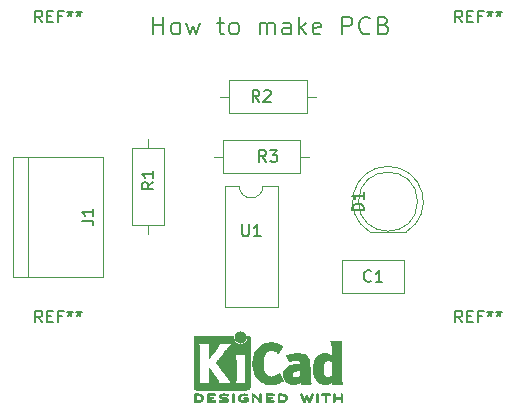
<source format=gbr>
%TF.GenerationSoftware,KiCad,Pcbnew,7.0.5*%
%TF.CreationDate,2023-08-21T09:13:57+09:00*%
%TF.ProjectId,How to make PCB,486f7720-746f-4206-9d61-6b6520504342,rev?*%
%TF.SameCoordinates,Original*%
%TF.FileFunction,Legend,Top*%
%TF.FilePolarity,Positive*%
%FSLAX46Y46*%
G04 Gerber Fmt 4.6, Leading zero omitted, Abs format (unit mm)*
G04 Created by KiCad (PCBNEW 7.0.5) date 2023-08-21 09:13:57*
%MOMM*%
%LPD*%
G01*
G04 APERTURE LIST*
%ADD10C,0.150000*%
%ADD11C,0.010000*%
%ADD12C,0.120000*%
G04 APERTURE END LIST*
D10*
X94435826Y-65848628D02*
X94435826Y-64348628D01*
X94435826Y-65062914D02*
X95292969Y-65062914D01*
X95292969Y-65848628D02*
X95292969Y-64348628D01*
X96221541Y-65848628D02*
X96078684Y-65777200D01*
X96078684Y-65777200D02*
X96007255Y-65705771D01*
X96007255Y-65705771D02*
X95935827Y-65562914D01*
X95935827Y-65562914D02*
X95935827Y-65134342D01*
X95935827Y-65134342D02*
X96007255Y-64991485D01*
X96007255Y-64991485D02*
X96078684Y-64920057D01*
X96078684Y-64920057D02*
X96221541Y-64848628D01*
X96221541Y-64848628D02*
X96435827Y-64848628D01*
X96435827Y-64848628D02*
X96578684Y-64920057D01*
X96578684Y-64920057D02*
X96650113Y-64991485D01*
X96650113Y-64991485D02*
X96721541Y-65134342D01*
X96721541Y-65134342D02*
X96721541Y-65562914D01*
X96721541Y-65562914D02*
X96650113Y-65705771D01*
X96650113Y-65705771D02*
X96578684Y-65777200D01*
X96578684Y-65777200D02*
X96435827Y-65848628D01*
X96435827Y-65848628D02*
X96221541Y-65848628D01*
X97221541Y-64848628D02*
X97507256Y-65848628D01*
X97507256Y-65848628D02*
X97792970Y-65134342D01*
X97792970Y-65134342D02*
X98078684Y-65848628D01*
X98078684Y-65848628D02*
X98364398Y-64848628D01*
X99864399Y-64848628D02*
X100435827Y-64848628D01*
X100078684Y-64348628D02*
X100078684Y-65634342D01*
X100078684Y-65634342D02*
X100150113Y-65777200D01*
X100150113Y-65777200D02*
X100292970Y-65848628D01*
X100292970Y-65848628D02*
X100435827Y-65848628D01*
X101150113Y-65848628D02*
X101007256Y-65777200D01*
X101007256Y-65777200D02*
X100935827Y-65705771D01*
X100935827Y-65705771D02*
X100864399Y-65562914D01*
X100864399Y-65562914D02*
X100864399Y-65134342D01*
X100864399Y-65134342D02*
X100935827Y-64991485D01*
X100935827Y-64991485D02*
X101007256Y-64920057D01*
X101007256Y-64920057D02*
X101150113Y-64848628D01*
X101150113Y-64848628D02*
X101364399Y-64848628D01*
X101364399Y-64848628D02*
X101507256Y-64920057D01*
X101507256Y-64920057D02*
X101578685Y-64991485D01*
X101578685Y-64991485D02*
X101650113Y-65134342D01*
X101650113Y-65134342D02*
X101650113Y-65562914D01*
X101650113Y-65562914D02*
X101578685Y-65705771D01*
X101578685Y-65705771D02*
X101507256Y-65777200D01*
X101507256Y-65777200D02*
X101364399Y-65848628D01*
X101364399Y-65848628D02*
X101150113Y-65848628D01*
X103435827Y-65848628D02*
X103435827Y-64848628D01*
X103435827Y-64991485D02*
X103507256Y-64920057D01*
X103507256Y-64920057D02*
X103650113Y-64848628D01*
X103650113Y-64848628D02*
X103864399Y-64848628D01*
X103864399Y-64848628D02*
X104007256Y-64920057D01*
X104007256Y-64920057D02*
X104078685Y-65062914D01*
X104078685Y-65062914D02*
X104078685Y-65848628D01*
X104078685Y-65062914D02*
X104150113Y-64920057D01*
X104150113Y-64920057D02*
X104292970Y-64848628D01*
X104292970Y-64848628D02*
X104507256Y-64848628D01*
X104507256Y-64848628D02*
X104650113Y-64920057D01*
X104650113Y-64920057D02*
X104721542Y-65062914D01*
X104721542Y-65062914D02*
X104721542Y-65848628D01*
X106078685Y-65848628D02*
X106078685Y-65062914D01*
X106078685Y-65062914D02*
X106007256Y-64920057D01*
X106007256Y-64920057D02*
X105864399Y-64848628D01*
X105864399Y-64848628D02*
X105578685Y-64848628D01*
X105578685Y-64848628D02*
X105435827Y-64920057D01*
X106078685Y-65777200D02*
X105935827Y-65848628D01*
X105935827Y-65848628D02*
X105578685Y-65848628D01*
X105578685Y-65848628D02*
X105435827Y-65777200D01*
X105435827Y-65777200D02*
X105364399Y-65634342D01*
X105364399Y-65634342D02*
X105364399Y-65491485D01*
X105364399Y-65491485D02*
X105435827Y-65348628D01*
X105435827Y-65348628D02*
X105578685Y-65277200D01*
X105578685Y-65277200D02*
X105935827Y-65277200D01*
X105935827Y-65277200D02*
X106078685Y-65205771D01*
X106792970Y-65848628D02*
X106792970Y-64348628D01*
X106935828Y-65277200D02*
X107364399Y-65848628D01*
X107364399Y-64848628D02*
X106792970Y-65420057D01*
X108578685Y-65777200D02*
X108435828Y-65848628D01*
X108435828Y-65848628D02*
X108150114Y-65848628D01*
X108150114Y-65848628D02*
X108007256Y-65777200D01*
X108007256Y-65777200D02*
X107935828Y-65634342D01*
X107935828Y-65634342D02*
X107935828Y-65062914D01*
X107935828Y-65062914D02*
X108007256Y-64920057D01*
X108007256Y-64920057D02*
X108150114Y-64848628D01*
X108150114Y-64848628D02*
X108435828Y-64848628D01*
X108435828Y-64848628D02*
X108578685Y-64920057D01*
X108578685Y-64920057D02*
X108650114Y-65062914D01*
X108650114Y-65062914D02*
X108650114Y-65205771D01*
X108650114Y-65205771D02*
X107935828Y-65348628D01*
X110435827Y-65848628D02*
X110435827Y-64348628D01*
X110435827Y-64348628D02*
X111007256Y-64348628D01*
X111007256Y-64348628D02*
X111150113Y-64420057D01*
X111150113Y-64420057D02*
X111221542Y-64491485D01*
X111221542Y-64491485D02*
X111292970Y-64634342D01*
X111292970Y-64634342D02*
X111292970Y-64848628D01*
X111292970Y-64848628D02*
X111221542Y-64991485D01*
X111221542Y-64991485D02*
X111150113Y-65062914D01*
X111150113Y-65062914D02*
X111007256Y-65134342D01*
X111007256Y-65134342D02*
X110435827Y-65134342D01*
X112792970Y-65705771D02*
X112721542Y-65777200D01*
X112721542Y-65777200D02*
X112507256Y-65848628D01*
X112507256Y-65848628D02*
X112364399Y-65848628D01*
X112364399Y-65848628D02*
X112150113Y-65777200D01*
X112150113Y-65777200D02*
X112007256Y-65634342D01*
X112007256Y-65634342D02*
X111935827Y-65491485D01*
X111935827Y-65491485D02*
X111864399Y-65205771D01*
X111864399Y-65205771D02*
X111864399Y-64991485D01*
X111864399Y-64991485D02*
X111935827Y-64705771D01*
X111935827Y-64705771D02*
X112007256Y-64562914D01*
X112007256Y-64562914D02*
X112150113Y-64420057D01*
X112150113Y-64420057D02*
X112364399Y-64348628D01*
X112364399Y-64348628D02*
X112507256Y-64348628D01*
X112507256Y-64348628D02*
X112721542Y-64420057D01*
X112721542Y-64420057D02*
X112792970Y-64491485D01*
X113935827Y-65062914D02*
X114150113Y-65134342D01*
X114150113Y-65134342D02*
X114221542Y-65205771D01*
X114221542Y-65205771D02*
X114292970Y-65348628D01*
X114292970Y-65348628D02*
X114292970Y-65562914D01*
X114292970Y-65562914D02*
X114221542Y-65705771D01*
X114221542Y-65705771D02*
X114150113Y-65777200D01*
X114150113Y-65777200D02*
X114007256Y-65848628D01*
X114007256Y-65848628D02*
X113435827Y-65848628D01*
X113435827Y-65848628D02*
X113435827Y-64348628D01*
X113435827Y-64348628D02*
X113935827Y-64348628D01*
X113935827Y-64348628D02*
X114078685Y-64420057D01*
X114078685Y-64420057D02*
X114150113Y-64491485D01*
X114150113Y-64491485D02*
X114221542Y-64634342D01*
X114221542Y-64634342D02*
X114221542Y-64777200D01*
X114221542Y-64777200D02*
X114150113Y-64920057D01*
X114150113Y-64920057D02*
X114078685Y-64991485D01*
X114078685Y-64991485D02*
X113935827Y-65062914D01*
X113935827Y-65062914D02*
X113435827Y-65062914D01*
%TO.C,REF\u002A\u002A*%
X85026666Y-64834819D02*
X84693333Y-64358628D01*
X84455238Y-64834819D02*
X84455238Y-63834819D01*
X84455238Y-63834819D02*
X84836190Y-63834819D01*
X84836190Y-63834819D02*
X84931428Y-63882438D01*
X84931428Y-63882438D02*
X84979047Y-63930057D01*
X84979047Y-63930057D02*
X85026666Y-64025295D01*
X85026666Y-64025295D02*
X85026666Y-64168152D01*
X85026666Y-64168152D02*
X84979047Y-64263390D01*
X84979047Y-64263390D02*
X84931428Y-64311009D01*
X84931428Y-64311009D02*
X84836190Y-64358628D01*
X84836190Y-64358628D02*
X84455238Y-64358628D01*
X85455238Y-64311009D02*
X85788571Y-64311009D01*
X85931428Y-64834819D02*
X85455238Y-64834819D01*
X85455238Y-64834819D02*
X85455238Y-63834819D01*
X85455238Y-63834819D02*
X85931428Y-63834819D01*
X86693333Y-64311009D02*
X86360000Y-64311009D01*
X86360000Y-64834819D02*
X86360000Y-63834819D01*
X86360000Y-63834819D02*
X86836190Y-63834819D01*
X87360000Y-63834819D02*
X87360000Y-64072914D01*
X87121905Y-63977676D02*
X87360000Y-64072914D01*
X87360000Y-64072914D02*
X87598095Y-63977676D01*
X87217143Y-64263390D02*
X87360000Y-64072914D01*
X87360000Y-64072914D02*
X87502857Y-64263390D01*
X88121905Y-63834819D02*
X88121905Y-64072914D01*
X87883810Y-63977676D02*
X88121905Y-64072914D01*
X88121905Y-64072914D02*
X88360000Y-63977676D01*
X87979048Y-64263390D02*
X88121905Y-64072914D01*
X88121905Y-64072914D02*
X88264762Y-64263390D01*
%TO.C,R2*%
X103413333Y-71574819D02*
X103080000Y-71098628D01*
X102841905Y-71574819D02*
X102841905Y-70574819D01*
X102841905Y-70574819D02*
X103222857Y-70574819D01*
X103222857Y-70574819D02*
X103318095Y-70622438D01*
X103318095Y-70622438D02*
X103365714Y-70670057D01*
X103365714Y-70670057D02*
X103413333Y-70765295D01*
X103413333Y-70765295D02*
X103413333Y-70908152D01*
X103413333Y-70908152D02*
X103365714Y-71003390D01*
X103365714Y-71003390D02*
X103318095Y-71051009D01*
X103318095Y-71051009D02*
X103222857Y-71098628D01*
X103222857Y-71098628D02*
X102841905Y-71098628D01*
X103794286Y-70670057D02*
X103841905Y-70622438D01*
X103841905Y-70622438D02*
X103937143Y-70574819D01*
X103937143Y-70574819D02*
X104175238Y-70574819D01*
X104175238Y-70574819D02*
X104270476Y-70622438D01*
X104270476Y-70622438D02*
X104318095Y-70670057D01*
X104318095Y-70670057D02*
X104365714Y-70765295D01*
X104365714Y-70765295D02*
X104365714Y-70860533D01*
X104365714Y-70860533D02*
X104318095Y-71003390D01*
X104318095Y-71003390D02*
X103746667Y-71574819D01*
X103746667Y-71574819D02*
X104365714Y-71574819D01*
%TO.C,C1*%
X112883333Y-86719580D02*
X112835714Y-86767200D01*
X112835714Y-86767200D02*
X112692857Y-86814819D01*
X112692857Y-86814819D02*
X112597619Y-86814819D01*
X112597619Y-86814819D02*
X112454762Y-86767200D01*
X112454762Y-86767200D02*
X112359524Y-86671961D01*
X112359524Y-86671961D02*
X112311905Y-86576723D01*
X112311905Y-86576723D02*
X112264286Y-86386247D01*
X112264286Y-86386247D02*
X112264286Y-86243390D01*
X112264286Y-86243390D02*
X112311905Y-86052914D01*
X112311905Y-86052914D02*
X112359524Y-85957676D01*
X112359524Y-85957676D02*
X112454762Y-85862438D01*
X112454762Y-85862438D02*
X112597619Y-85814819D01*
X112597619Y-85814819D02*
X112692857Y-85814819D01*
X112692857Y-85814819D02*
X112835714Y-85862438D01*
X112835714Y-85862438D02*
X112883333Y-85910057D01*
X113835714Y-86814819D02*
X113264286Y-86814819D01*
X113550000Y-86814819D02*
X113550000Y-85814819D01*
X113550000Y-85814819D02*
X113454762Y-85957676D01*
X113454762Y-85957676D02*
X113359524Y-86052914D01*
X113359524Y-86052914D02*
X113264286Y-86100533D01*
%TO.C,REF\u002A\u002A*%
X120586666Y-64834819D02*
X120253333Y-64358628D01*
X120015238Y-64834819D02*
X120015238Y-63834819D01*
X120015238Y-63834819D02*
X120396190Y-63834819D01*
X120396190Y-63834819D02*
X120491428Y-63882438D01*
X120491428Y-63882438D02*
X120539047Y-63930057D01*
X120539047Y-63930057D02*
X120586666Y-64025295D01*
X120586666Y-64025295D02*
X120586666Y-64168152D01*
X120586666Y-64168152D02*
X120539047Y-64263390D01*
X120539047Y-64263390D02*
X120491428Y-64311009D01*
X120491428Y-64311009D02*
X120396190Y-64358628D01*
X120396190Y-64358628D02*
X120015238Y-64358628D01*
X121015238Y-64311009D02*
X121348571Y-64311009D01*
X121491428Y-64834819D02*
X121015238Y-64834819D01*
X121015238Y-64834819D02*
X121015238Y-63834819D01*
X121015238Y-63834819D02*
X121491428Y-63834819D01*
X122253333Y-64311009D02*
X121920000Y-64311009D01*
X121920000Y-64834819D02*
X121920000Y-63834819D01*
X121920000Y-63834819D02*
X122396190Y-63834819D01*
X122920000Y-63834819D02*
X122920000Y-64072914D01*
X122681905Y-63977676D02*
X122920000Y-64072914D01*
X122920000Y-64072914D02*
X123158095Y-63977676D01*
X122777143Y-64263390D02*
X122920000Y-64072914D01*
X122920000Y-64072914D02*
X123062857Y-64263390D01*
X123681905Y-63834819D02*
X123681905Y-64072914D01*
X123443810Y-63977676D02*
X123681905Y-64072914D01*
X123681905Y-64072914D02*
X123920000Y-63977676D01*
X123539048Y-64263390D02*
X123681905Y-64072914D01*
X123681905Y-64072914D02*
X123824762Y-64263390D01*
%TO.C,J1*%
X88354819Y-81613333D02*
X89069104Y-81613333D01*
X89069104Y-81613333D02*
X89211961Y-81660952D01*
X89211961Y-81660952D02*
X89307200Y-81756190D01*
X89307200Y-81756190D02*
X89354819Y-81899047D01*
X89354819Y-81899047D02*
X89354819Y-81994285D01*
X89354819Y-80613333D02*
X89354819Y-81184761D01*
X89354819Y-80899047D02*
X88354819Y-80899047D01*
X88354819Y-80899047D02*
X88497676Y-80994285D01*
X88497676Y-80994285D02*
X88592914Y-81089523D01*
X88592914Y-81089523D02*
X88640533Y-81184761D01*
%TO.C,D1*%
X112254819Y-80748094D02*
X111254819Y-80748094D01*
X111254819Y-80748094D02*
X111254819Y-80509999D01*
X111254819Y-80509999D02*
X111302438Y-80367142D01*
X111302438Y-80367142D02*
X111397676Y-80271904D01*
X111397676Y-80271904D02*
X111492914Y-80224285D01*
X111492914Y-80224285D02*
X111683390Y-80176666D01*
X111683390Y-80176666D02*
X111826247Y-80176666D01*
X111826247Y-80176666D02*
X112016723Y-80224285D01*
X112016723Y-80224285D02*
X112111961Y-80271904D01*
X112111961Y-80271904D02*
X112207200Y-80367142D01*
X112207200Y-80367142D02*
X112254819Y-80509999D01*
X112254819Y-80509999D02*
X112254819Y-80748094D01*
X112254819Y-79224285D02*
X112254819Y-79795713D01*
X112254819Y-79509999D02*
X111254819Y-79509999D01*
X111254819Y-79509999D02*
X111397676Y-79605237D01*
X111397676Y-79605237D02*
X111492914Y-79700475D01*
X111492914Y-79700475D02*
X111540533Y-79795713D01*
%TO.C,R1*%
X94434819Y-78346666D02*
X93958628Y-78679999D01*
X94434819Y-78918094D02*
X93434819Y-78918094D01*
X93434819Y-78918094D02*
X93434819Y-78537142D01*
X93434819Y-78537142D02*
X93482438Y-78441904D01*
X93482438Y-78441904D02*
X93530057Y-78394285D01*
X93530057Y-78394285D02*
X93625295Y-78346666D01*
X93625295Y-78346666D02*
X93768152Y-78346666D01*
X93768152Y-78346666D02*
X93863390Y-78394285D01*
X93863390Y-78394285D02*
X93911009Y-78441904D01*
X93911009Y-78441904D02*
X93958628Y-78537142D01*
X93958628Y-78537142D02*
X93958628Y-78918094D01*
X94434819Y-77394285D02*
X94434819Y-77965713D01*
X94434819Y-77679999D02*
X93434819Y-77679999D01*
X93434819Y-77679999D02*
X93577676Y-77775237D01*
X93577676Y-77775237D02*
X93672914Y-77870475D01*
X93672914Y-77870475D02*
X93720533Y-77965713D01*
%TO.C,REF\u002A\u002A*%
X85026666Y-90234819D02*
X84693333Y-89758628D01*
X84455238Y-90234819D02*
X84455238Y-89234819D01*
X84455238Y-89234819D02*
X84836190Y-89234819D01*
X84836190Y-89234819D02*
X84931428Y-89282438D01*
X84931428Y-89282438D02*
X84979047Y-89330057D01*
X84979047Y-89330057D02*
X85026666Y-89425295D01*
X85026666Y-89425295D02*
X85026666Y-89568152D01*
X85026666Y-89568152D02*
X84979047Y-89663390D01*
X84979047Y-89663390D02*
X84931428Y-89711009D01*
X84931428Y-89711009D02*
X84836190Y-89758628D01*
X84836190Y-89758628D02*
X84455238Y-89758628D01*
X85455238Y-89711009D02*
X85788571Y-89711009D01*
X85931428Y-90234819D02*
X85455238Y-90234819D01*
X85455238Y-90234819D02*
X85455238Y-89234819D01*
X85455238Y-89234819D02*
X85931428Y-89234819D01*
X86693333Y-89711009D02*
X86360000Y-89711009D01*
X86360000Y-90234819D02*
X86360000Y-89234819D01*
X86360000Y-89234819D02*
X86836190Y-89234819D01*
X87360000Y-89234819D02*
X87360000Y-89472914D01*
X87121905Y-89377676D02*
X87360000Y-89472914D01*
X87360000Y-89472914D02*
X87598095Y-89377676D01*
X87217143Y-89663390D02*
X87360000Y-89472914D01*
X87360000Y-89472914D02*
X87502857Y-89663390D01*
X88121905Y-89234819D02*
X88121905Y-89472914D01*
X87883810Y-89377676D02*
X88121905Y-89472914D01*
X88121905Y-89472914D02*
X88360000Y-89377676D01*
X87979048Y-89663390D02*
X88121905Y-89472914D01*
X88121905Y-89472914D02*
X88264762Y-89663390D01*
%TO.C,R3*%
X103973333Y-76654819D02*
X103640000Y-76178628D01*
X103401905Y-76654819D02*
X103401905Y-75654819D01*
X103401905Y-75654819D02*
X103782857Y-75654819D01*
X103782857Y-75654819D02*
X103878095Y-75702438D01*
X103878095Y-75702438D02*
X103925714Y-75750057D01*
X103925714Y-75750057D02*
X103973333Y-75845295D01*
X103973333Y-75845295D02*
X103973333Y-75988152D01*
X103973333Y-75988152D02*
X103925714Y-76083390D01*
X103925714Y-76083390D02*
X103878095Y-76131009D01*
X103878095Y-76131009D02*
X103782857Y-76178628D01*
X103782857Y-76178628D02*
X103401905Y-76178628D01*
X104306667Y-75654819D02*
X104925714Y-75654819D01*
X104925714Y-75654819D02*
X104592381Y-76035771D01*
X104592381Y-76035771D02*
X104735238Y-76035771D01*
X104735238Y-76035771D02*
X104830476Y-76083390D01*
X104830476Y-76083390D02*
X104878095Y-76131009D01*
X104878095Y-76131009D02*
X104925714Y-76226247D01*
X104925714Y-76226247D02*
X104925714Y-76464342D01*
X104925714Y-76464342D02*
X104878095Y-76559580D01*
X104878095Y-76559580D02*
X104830476Y-76607200D01*
X104830476Y-76607200D02*
X104735238Y-76654819D01*
X104735238Y-76654819D02*
X104449524Y-76654819D01*
X104449524Y-76654819D02*
X104354286Y-76607200D01*
X104354286Y-76607200D02*
X104306667Y-76559580D01*
%TO.C,REF\u002A\u002A*%
X120586666Y-90234819D02*
X120253333Y-89758628D01*
X120015238Y-90234819D02*
X120015238Y-89234819D01*
X120015238Y-89234819D02*
X120396190Y-89234819D01*
X120396190Y-89234819D02*
X120491428Y-89282438D01*
X120491428Y-89282438D02*
X120539047Y-89330057D01*
X120539047Y-89330057D02*
X120586666Y-89425295D01*
X120586666Y-89425295D02*
X120586666Y-89568152D01*
X120586666Y-89568152D02*
X120539047Y-89663390D01*
X120539047Y-89663390D02*
X120491428Y-89711009D01*
X120491428Y-89711009D02*
X120396190Y-89758628D01*
X120396190Y-89758628D02*
X120015238Y-89758628D01*
X121015238Y-89711009D02*
X121348571Y-89711009D01*
X121491428Y-90234819D02*
X121015238Y-90234819D01*
X121015238Y-90234819D02*
X121015238Y-89234819D01*
X121015238Y-89234819D02*
X121491428Y-89234819D01*
X122253333Y-89711009D02*
X121920000Y-89711009D01*
X121920000Y-90234819D02*
X121920000Y-89234819D01*
X121920000Y-89234819D02*
X122396190Y-89234819D01*
X122920000Y-89234819D02*
X122920000Y-89472914D01*
X122681905Y-89377676D02*
X122920000Y-89472914D01*
X122920000Y-89472914D02*
X123158095Y-89377676D01*
X122777143Y-89663390D02*
X122920000Y-89472914D01*
X122920000Y-89472914D02*
X123062857Y-89663390D01*
X123681905Y-89234819D02*
X123681905Y-89472914D01*
X123443810Y-89377676D02*
X123681905Y-89472914D01*
X123681905Y-89472914D02*
X123920000Y-89377676D01*
X123539048Y-89663390D02*
X123681905Y-89472914D01*
X123681905Y-89472914D02*
X123824762Y-89663390D01*
%TO.C,U1*%
X101948095Y-81924819D02*
X101948095Y-82734342D01*
X101948095Y-82734342D02*
X101995714Y-82829580D01*
X101995714Y-82829580D02*
X102043333Y-82877200D01*
X102043333Y-82877200D02*
X102138571Y-82924819D01*
X102138571Y-82924819D02*
X102329047Y-82924819D01*
X102329047Y-82924819D02*
X102424285Y-82877200D01*
X102424285Y-82877200D02*
X102471904Y-82829580D01*
X102471904Y-82829580D02*
X102519523Y-82734342D01*
X102519523Y-82734342D02*
X102519523Y-81924819D01*
X103519523Y-82924819D02*
X102948095Y-82924819D01*
X103233809Y-82924819D02*
X103233809Y-81924819D01*
X103233809Y-81924819D02*
X103138571Y-82067676D01*
X103138571Y-82067676D02*
X103043333Y-82162914D01*
X103043333Y-82162914D02*
X102948095Y-82210533D01*
%TO.C,REF\u002A\u002A*%
D11*
X110326507Y-93452245D02*
X110326526Y-93686662D01*
X110326552Y-93899603D01*
X110326625Y-94092168D01*
X110326782Y-94265459D01*
X110327064Y-94420576D01*
X110327509Y-94558620D01*
X110328156Y-94680692D01*
X110329045Y-94787894D01*
X110330213Y-94881326D01*
X110331701Y-94962090D01*
X110333546Y-95031286D01*
X110335789Y-95090015D01*
X110338469Y-95139379D01*
X110341623Y-95180478D01*
X110345292Y-95214413D01*
X110349513Y-95242286D01*
X110354327Y-95265198D01*
X110359773Y-95284249D01*
X110365888Y-95300540D01*
X110372712Y-95315173D01*
X110380285Y-95329249D01*
X110388645Y-95343868D01*
X110393839Y-95352974D01*
X110428104Y-95413689D01*
X109569955Y-95413689D01*
X109569955Y-95317733D01*
X109569224Y-95274370D01*
X109567272Y-95241205D01*
X109564463Y-95223424D01*
X109563221Y-95221778D01*
X109551799Y-95228662D01*
X109529084Y-95246505D01*
X109506385Y-95265879D01*
X109451800Y-95306614D01*
X109382321Y-95347617D01*
X109305270Y-95385123D01*
X109227965Y-95415364D01*
X109197113Y-95425012D01*
X109128616Y-95439578D01*
X109045764Y-95449539D01*
X108956371Y-95454583D01*
X108868248Y-95454396D01*
X108789207Y-95448666D01*
X108751511Y-95442858D01*
X108613414Y-95404797D01*
X108486113Y-95347073D01*
X108370292Y-95270211D01*
X108266637Y-95174739D01*
X108175833Y-95061179D01*
X108109031Y-94950381D01*
X108054164Y-94833625D01*
X108012163Y-94714276D01*
X107982167Y-94588283D01*
X107963311Y-94451594D01*
X107954732Y-94300158D01*
X107954006Y-94222711D01*
X107956100Y-94165934D01*
X108785217Y-94165934D01*
X108785424Y-94259002D01*
X108788337Y-94346692D01*
X108794000Y-94423772D01*
X108802455Y-94485009D01*
X108805038Y-94497350D01*
X108836840Y-94604633D01*
X108878498Y-94691658D01*
X108930363Y-94758642D01*
X108992781Y-94805805D01*
X109066100Y-94833365D01*
X109150669Y-94841541D01*
X109246835Y-94830551D01*
X109310311Y-94814829D01*
X109359454Y-94796639D01*
X109413583Y-94770791D01*
X109454244Y-94747089D01*
X109524800Y-94700721D01*
X109524800Y-93550530D01*
X109457392Y-93506962D01*
X109378867Y-93466040D01*
X109294681Y-93439389D01*
X109209557Y-93427465D01*
X109128216Y-93430722D01*
X109055380Y-93449615D01*
X109023426Y-93465184D01*
X108965501Y-93508181D01*
X108916544Y-93564953D01*
X108875390Y-93637575D01*
X108840874Y-93728121D01*
X108811833Y-93838666D01*
X108810552Y-93844533D01*
X108800381Y-93906788D01*
X108792739Y-93984594D01*
X108787670Y-94072720D01*
X108785217Y-94165934D01*
X107956100Y-94165934D01*
X107961857Y-94009895D01*
X107983802Y-93814059D01*
X108019786Y-93635332D01*
X108069759Y-93473845D01*
X108133668Y-93329726D01*
X108211462Y-93203106D01*
X108303089Y-93094115D01*
X108408497Y-93002883D01*
X108453662Y-92971932D01*
X108554611Y-92915785D01*
X108657901Y-92876174D01*
X108767989Y-92852014D01*
X108889330Y-92842219D01*
X108981836Y-92843265D01*
X109111490Y-92854231D01*
X109224084Y-92876046D01*
X109322875Y-92909714D01*
X109411121Y-92956236D01*
X109459986Y-92990448D01*
X109489353Y-93012362D01*
X109511043Y-93027333D01*
X109519253Y-93031733D01*
X109520868Y-93020904D01*
X109522159Y-92990251D01*
X109523138Y-92942526D01*
X109523817Y-92880479D01*
X109524210Y-92806862D01*
X109524330Y-92724427D01*
X109524188Y-92635925D01*
X109523797Y-92544107D01*
X109523171Y-92451724D01*
X109522320Y-92361528D01*
X109521260Y-92276271D01*
X109520001Y-92198703D01*
X109518556Y-92131576D01*
X109516938Y-92077641D01*
X109515161Y-92039650D01*
X109514669Y-92032667D01*
X109507092Y-91962251D01*
X109495531Y-91907102D01*
X109477792Y-91859981D01*
X109451682Y-91813647D01*
X109445415Y-91804067D01*
X109420983Y-91767378D01*
X110326311Y-91767378D01*
X110326507Y-93452245D01*
G36*
X110326507Y-93452245D02*
G01*
X110326526Y-93686662D01*
X110326552Y-93899603D01*
X110326625Y-94092168D01*
X110326782Y-94265459D01*
X110327064Y-94420576D01*
X110327509Y-94558620D01*
X110328156Y-94680692D01*
X110329045Y-94787894D01*
X110330213Y-94881326D01*
X110331701Y-94962090D01*
X110333546Y-95031286D01*
X110335789Y-95090015D01*
X110338469Y-95139379D01*
X110341623Y-95180478D01*
X110345292Y-95214413D01*
X110349513Y-95242286D01*
X110354327Y-95265198D01*
X110359773Y-95284249D01*
X110365888Y-95300540D01*
X110372712Y-95315173D01*
X110380285Y-95329249D01*
X110388645Y-95343868D01*
X110393839Y-95352974D01*
X110428104Y-95413689D01*
X109569955Y-95413689D01*
X109569955Y-95317733D01*
X109569224Y-95274370D01*
X109567272Y-95241205D01*
X109564463Y-95223424D01*
X109563221Y-95221778D01*
X109551799Y-95228662D01*
X109529084Y-95246505D01*
X109506385Y-95265879D01*
X109451800Y-95306614D01*
X109382321Y-95347617D01*
X109305270Y-95385123D01*
X109227965Y-95415364D01*
X109197113Y-95425012D01*
X109128616Y-95439578D01*
X109045764Y-95449539D01*
X108956371Y-95454583D01*
X108868248Y-95454396D01*
X108789207Y-95448666D01*
X108751511Y-95442858D01*
X108613414Y-95404797D01*
X108486113Y-95347073D01*
X108370292Y-95270211D01*
X108266637Y-95174739D01*
X108175833Y-95061179D01*
X108109031Y-94950381D01*
X108054164Y-94833625D01*
X108012163Y-94714276D01*
X107982167Y-94588283D01*
X107963311Y-94451594D01*
X107954732Y-94300158D01*
X107954006Y-94222711D01*
X107956100Y-94165934D01*
X108785217Y-94165934D01*
X108785424Y-94259002D01*
X108788337Y-94346692D01*
X108794000Y-94423772D01*
X108802455Y-94485009D01*
X108805038Y-94497350D01*
X108836840Y-94604633D01*
X108878498Y-94691658D01*
X108930363Y-94758642D01*
X108992781Y-94805805D01*
X109066100Y-94833365D01*
X109150669Y-94841541D01*
X109246835Y-94830551D01*
X109310311Y-94814829D01*
X109359454Y-94796639D01*
X109413583Y-94770791D01*
X109454244Y-94747089D01*
X109524800Y-94700721D01*
X109524800Y-93550530D01*
X109457392Y-93506962D01*
X109378867Y-93466040D01*
X109294681Y-93439389D01*
X109209557Y-93427465D01*
X109128216Y-93430722D01*
X109055380Y-93449615D01*
X109023426Y-93465184D01*
X108965501Y-93508181D01*
X108916544Y-93564953D01*
X108875390Y-93637575D01*
X108840874Y-93728121D01*
X108811833Y-93838666D01*
X108810552Y-93844533D01*
X108800381Y-93906788D01*
X108792739Y-93984594D01*
X108787670Y-94072720D01*
X108785217Y-94165934D01*
X107956100Y-94165934D01*
X107961857Y-94009895D01*
X107983802Y-93814059D01*
X108019786Y-93635332D01*
X108069759Y-93473845D01*
X108133668Y-93329726D01*
X108211462Y-93203106D01*
X108303089Y-93094115D01*
X108408497Y-93002883D01*
X108453662Y-92971932D01*
X108554611Y-92915785D01*
X108657901Y-92876174D01*
X108767989Y-92852014D01*
X108889330Y-92842219D01*
X108981836Y-92843265D01*
X109111490Y-92854231D01*
X109224084Y-92876046D01*
X109322875Y-92909714D01*
X109411121Y-92956236D01*
X109459986Y-92990448D01*
X109489353Y-93012362D01*
X109511043Y-93027333D01*
X109519253Y-93031733D01*
X109520868Y-93020904D01*
X109522159Y-92990251D01*
X109523138Y-92942526D01*
X109523817Y-92880479D01*
X109524210Y-92806862D01*
X109524330Y-92724427D01*
X109524188Y-92635925D01*
X109523797Y-92544107D01*
X109523171Y-92451724D01*
X109522320Y-92361528D01*
X109521260Y-92276271D01*
X109520001Y-92198703D01*
X109518556Y-92131576D01*
X109516938Y-92077641D01*
X109515161Y-92039650D01*
X109514669Y-92032667D01*
X109507092Y-91962251D01*
X109495531Y-91907102D01*
X109477792Y-91859981D01*
X109451682Y-91813647D01*
X109445415Y-91804067D01*
X109420983Y-91767378D01*
X110326311Y-91767378D01*
X110326507Y-93452245D01*
G37*
X109103065Y-96249163D02*
X109181772Y-96249542D01*
X109242863Y-96250333D01*
X109288817Y-96251670D01*
X109322114Y-96253683D01*
X109345236Y-96256506D01*
X109360662Y-96260269D01*
X109370871Y-96265105D01*
X109375813Y-96268822D01*
X109401457Y-96301358D01*
X109404559Y-96335138D01*
X109388711Y-96365826D01*
X109378348Y-96378089D01*
X109367196Y-96386450D01*
X109351035Y-96391657D01*
X109325642Y-96394457D01*
X109286798Y-96395596D01*
X109230280Y-96395821D01*
X109219180Y-96395822D01*
X109073244Y-96395822D01*
X109073244Y-96666756D01*
X109073148Y-96752154D01*
X109072711Y-96817864D01*
X109071712Y-96866774D01*
X109069928Y-96901773D01*
X109067137Y-96925749D01*
X109063117Y-96941593D01*
X109057645Y-96952191D01*
X109050666Y-96960267D01*
X109017734Y-96980112D01*
X108983354Y-96978548D01*
X108952176Y-96955906D01*
X108949886Y-96953100D01*
X108942429Y-96942492D01*
X108936747Y-96930081D01*
X108932601Y-96912850D01*
X108929750Y-96887784D01*
X108927954Y-96851867D01*
X108926972Y-96802083D01*
X108926564Y-96735417D01*
X108926489Y-96659589D01*
X108926489Y-96395822D01*
X108787127Y-96395822D01*
X108727322Y-96395418D01*
X108685918Y-96393840D01*
X108658748Y-96390547D01*
X108641646Y-96384992D01*
X108630443Y-96376631D01*
X108629083Y-96375178D01*
X108612725Y-96341939D01*
X108614172Y-96304362D01*
X108632978Y-96271645D01*
X108640250Y-96265298D01*
X108649627Y-96260266D01*
X108663609Y-96256396D01*
X108684696Y-96253537D01*
X108715389Y-96251535D01*
X108758189Y-96250239D01*
X108815595Y-96249498D01*
X108890110Y-96249158D01*
X108984233Y-96249068D01*
X109004260Y-96249067D01*
X109103065Y-96249163D01*
G36*
X109103065Y-96249163D02*
G01*
X109181772Y-96249542D01*
X109242863Y-96250333D01*
X109288817Y-96251670D01*
X109322114Y-96253683D01*
X109345236Y-96256506D01*
X109360662Y-96260269D01*
X109370871Y-96265105D01*
X109375813Y-96268822D01*
X109401457Y-96301358D01*
X109404559Y-96335138D01*
X109388711Y-96365826D01*
X109378348Y-96378089D01*
X109367196Y-96386450D01*
X109351035Y-96391657D01*
X109325642Y-96394457D01*
X109286798Y-96395596D01*
X109230280Y-96395821D01*
X109219180Y-96395822D01*
X109073244Y-96395822D01*
X109073244Y-96666756D01*
X109073148Y-96752154D01*
X109072711Y-96817864D01*
X109071712Y-96866774D01*
X109069928Y-96901773D01*
X109067137Y-96925749D01*
X109063117Y-96941593D01*
X109057645Y-96952191D01*
X109050666Y-96960267D01*
X109017734Y-96980112D01*
X108983354Y-96978548D01*
X108952176Y-96955906D01*
X108949886Y-96953100D01*
X108942429Y-96942492D01*
X108936747Y-96930081D01*
X108932601Y-96912850D01*
X108929750Y-96887784D01*
X108927954Y-96851867D01*
X108926972Y-96802083D01*
X108926564Y-96735417D01*
X108926489Y-96659589D01*
X108926489Y-96395822D01*
X108787127Y-96395822D01*
X108727322Y-96395418D01*
X108685918Y-96393840D01*
X108658748Y-96390547D01*
X108641646Y-96384992D01*
X108630443Y-96376631D01*
X108629083Y-96375178D01*
X108612725Y-96341939D01*
X108614172Y-96304362D01*
X108632978Y-96271645D01*
X108640250Y-96265298D01*
X108649627Y-96260266D01*
X108663609Y-96256396D01*
X108684696Y-96253537D01*
X108715389Y-96251535D01*
X108758189Y-96250239D01*
X108815595Y-96249498D01*
X108890110Y-96249158D01*
X108984233Y-96249068D01*
X109004260Y-96249067D01*
X109103065Y-96249163D01*
G37*
X98018629Y-96249066D02*
X98058111Y-96249467D01*
X98173800Y-96252259D01*
X98270689Y-96260550D01*
X98352081Y-96275232D01*
X98421277Y-96297193D01*
X98481580Y-96327322D01*
X98536292Y-96366510D01*
X98555833Y-96383532D01*
X98588250Y-96423363D01*
X98617480Y-96477413D01*
X98640009Y-96537323D01*
X98652321Y-96594739D01*
X98653600Y-96615956D01*
X98645583Y-96674769D01*
X98624101Y-96739013D01*
X98593001Y-96799821D01*
X98556134Y-96848330D01*
X98550146Y-96854182D01*
X98499421Y-96895321D01*
X98443875Y-96927435D01*
X98380304Y-96951365D01*
X98305506Y-96967953D01*
X98216278Y-96978041D01*
X98109418Y-96982469D01*
X98060472Y-96982845D01*
X97998238Y-96982545D01*
X97954472Y-96981292D01*
X97925069Y-96978554D01*
X97905921Y-96973801D01*
X97892923Y-96966501D01*
X97885955Y-96960267D01*
X97879374Y-96952694D01*
X97874212Y-96942924D01*
X97870297Y-96928340D01*
X97867457Y-96906326D01*
X97865520Y-96874264D01*
X97864316Y-96829536D01*
X97863672Y-96769526D01*
X97863417Y-96691617D01*
X97863378Y-96615956D01*
X97863130Y-96515041D01*
X97863183Y-96434427D01*
X97864143Y-96395822D01*
X98010133Y-96395822D01*
X98010133Y-96836089D01*
X98103266Y-96836004D01*
X98159307Y-96834396D01*
X98218001Y-96830256D01*
X98266972Y-96824464D01*
X98268462Y-96824226D01*
X98347608Y-96805090D01*
X98408998Y-96775287D01*
X98455695Y-96732878D01*
X98485365Y-96686961D01*
X98503647Y-96636026D01*
X98502229Y-96588200D01*
X98481012Y-96536933D01*
X98439511Y-96483899D01*
X98382002Y-96444600D01*
X98307250Y-96418331D01*
X98257292Y-96409035D01*
X98200584Y-96402507D01*
X98140481Y-96397782D01*
X98089361Y-96395817D01*
X98086333Y-96395808D01*
X98010133Y-96395822D01*
X97864143Y-96395822D01*
X97864740Y-96371851D01*
X97869002Y-96325055D01*
X97877170Y-96291778D01*
X97890444Y-96269759D01*
X97910026Y-96256739D01*
X97937117Y-96250457D01*
X97972918Y-96248653D01*
X98018629Y-96249066D01*
G36*
X98018629Y-96249066D02*
G01*
X98058111Y-96249467D01*
X98173800Y-96252259D01*
X98270689Y-96260550D01*
X98352081Y-96275232D01*
X98421277Y-96297193D01*
X98481580Y-96327322D01*
X98536292Y-96366510D01*
X98555833Y-96383532D01*
X98588250Y-96423363D01*
X98617480Y-96477413D01*
X98640009Y-96537323D01*
X98652321Y-96594739D01*
X98653600Y-96615956D01*
X98645583Y-96674769D01*
X98624101Y-96739013D01*
X98593001Y-96799821D01*
X98556134Y-96848330D01*
X98550146Y-96854182D01*
X98499421Y-96895321D01*
X98443875Y-96927435D01*
X98380304Y-96951365D01*
X98305506Y-96967953D01*
X98216278Y-96978041D01*
X98109418Y-96982469D01*
X98060472Y-96982845D01*
X97998238Y-96982545D01*
X97954472Y-96981292D01*
X97925069Y-96978554D01*
X97905921Y-96973801D01*
X97892923Y-96966501D01*
X97885955Y-96960267D01*
X97879374Y-96952694D01*
X97874212Y-96942924D01*
X97870297Y-96928340D01*
X97867457Y-96906326D01*
X97865520Y-96874264D01*
X97864316Y-96829536D01*
X97863672Y-96769526D01*
X97863417Y-96691617D01*
X97863378Y-96615956D01*
X97863130Y-96515041D01*
X97863183Y-96434427D01*
X97864143Y-96395822D01*
X98010133Y-96395822D01*
X98010133Y-96836089D01*
X98103266Y-96836004D01*
X98159307Y-96834396D01*
X98218001Y-96830256D01*
X98266972Y-96824464D01*
X98268462Y-96824226D01*
X98347608Y-96805090D01*
X98408998Y-96775287D01*
X98455695Y-96732878D01*
X98485365Y-96686961D01*
X98503647Y-96636026D01*
X98502229Y-96588200D01*
X98481012Y-96536933D01*
X98439511Y-96483899D01*
X98382002Y-96444600D01*
X98307250Y-96418331D01*
X98257292Y-96409035D01*
X98200584Y-96402507D01*
X98140481Y-96397782D01*
X98089361Y-96395817D01*
X98086333Y-96395808D01*
X98010133Y-96395822D01*
X97864143Y-96395822D01*
X97864740Y-96371851D01*
X97869002Y-96325055D01*
X97877170Y-96291778D01*
X97890444Y-96269759D01*
X97910026Y-96256739D01*
X97937117Y-96250457D01*
X97972918Y-96248653D01*
X98018629Y-96249066D01*
G37*
X107884665Y-96251034D02*
X107904255Y-96258035D01*
X107905010Y-96258377D01*
X107931613Y-96278678D01*
X107946270Y-96299561D01*
X107949138Y-96309352D01*
X107948996Y-96322361D01*
X107944961Y-96340895D01*
X107936146Y-96367257D01*
X107921669Y-96403752D01*
X107900645Y-96452687D01*
X107872188Y-96516365D01*
X107835415Y-96597093D01*
X107815175Y-96641216D01*
X107778625Y-96719985D01*
X107744315Y-96792423D01*
X107713552Y-96855880D01*
X107687648Y-96907708D01*
X107667910Y-96945259D01*
X107655650Y-96965884D01*
X107653224Y-96968733D01*
X107622183Y-96981302D01*
X107587121Y-96979619D01*
X107559000Y-96964332D01*
X107557854Y-96963089D01*
X107546668Y-96946154D01*
X107527904Y-96913170D01*
X107503875Y-96868380D01*
X107476897Y-96816032D01*
X107467201Y-96796742D01*
X107394014Y-96650150D01*
X107314240Y-96809393D01*
X107285767Y-96864415D01*
X107259350Y-96912132D01*
X107237148Y-96948893D01*
X107221319Y-96971044D01*
X107215954Y-96975741D01*
X107174257Y-96982102D01*
X107139849Y-96968733D01*
X107129728Y-96954446D01*
X107112214Y-96922692D01*
X107088735Y-96876597D01*
X107060720Y-96819285D01*
X107029599Y-96753880D01*
X106996799Y-96683507D01*
X106963750Y-96611291D01*
X106931881Y-96540355D01*
X106902619Y-96473825D01*
X106877395Y-96414826D01*
X106857636Y-96366481D01*
X106844772Y-96331915D01*
X106840231Y-96314253D01*
X106840277Y-96313613D01*
X106851326Y-96291388D01*
X106873410Y-96268753D01*
X106874710Y-96267768D01*
X106901853Y-96252425D01*
X106926958Y-96252574D01*
X106936368Y-96255466D01*
X106947834Y-96261718D01*
X106960010Y-96274014D01*
X106974357Y-96294908D01*
X106992336Y-96326949D01*
X107015407Y-96372688D01*
X107045030Y-96434677D01*
X107071745Y-96491898D01*
X107102480Y-96558226D01*
X107130021Y-96617874D01*
X107152938Y-96667725D01*
X107169798Y-96704664D01*
X107179173Y-96725573D01*
X107180540Y-96728845D01*
X107186689Y-96723497D01*
X107200822Y-96701109D01*
X107221057Y-96664946D01*
X107245515Y-96618277D01*
X107255248Y-96599022D01*
X107288217Y-96534004D01*
X107313643Y-96486654D01*
X107333612Y-96454219D01*
X107350210Y-96433946D01*
X107365524Y-96423082D01*
X107381640Y-96418875D01*
X107392143Y-96418400D01*
X107410670Y-96420042D01*
X107426904Y-96426831D01*
X107443035Y-96441566D01*
X107461251Y-96467044D01*
X107483739Y-96506061D01*
X107512689Y-96561414D01*
X107528662Y-96592903D01*
X107554570Y-96643087D01*
X107577167Y-96684704D01*
X107594458Y-96714242D01*
X107604450Y-96728189D01*
X107605809Y-96728770D01*
X107612261Y-96717793D01*
X107626708Y-96689290D01*
X107647703Y-96646244D01*
X107673797Y-96591638D01*
X107703546Y-96528454D01*
X107718180Y-96497071D01*
X107756250Y-96416078D01*
X107786905Y-96353756D01*
X107811737Y-96308071D01*
X107832337Y-96276989D01*
X107850298Y-96258478D01*
X107867210Y-96250504D01*
X107884665Y-96251034D01*
G36*
X107884665Y-96251034D02*
G01*
X107904255Y-96258035D01*
X107905010Y-96258377D01*
X107931613Y-96278678D01*
X107946270Y-96299561D01*
X107949138Y-96309352D01*
X107948996Y-96322361D01*
X107944961Y-96340895D01*
X107936146Y-96367257D01*
X107921669Y-96403752D01*
X107900645Y-96452687D01*
X107872188Y-96516365D01*
X107835415Y-96597093D01*
X107815175Y-96641216D01*
X107778625Y-96719985D01*
X107744315Y-96792423D01*
X107713552Y-96855880D01*
X107687648Y-96907708D01*
X107667910Y-96945259D01*
X107655650Y-96965884D01*
X107653224Y-96968733D01*
X107622183Y-96981302D01*
X107587121Y-96979619D01*
X107559000Y-96964332D01*
X107557854Y-96963089D01*
X107546668Y-96946154D01*
X107527904Y-96913170D01*
X107503875Y-96868380D01*
X107476897Y-96816032D01*
X107467201Y-96796742D01*
X107394014Y-96650150D01*
X107314240Y-96809393D01*
X107285767Y-96864415D01*
X107259350Y-96912132D01*
X107237148Y-96948893D01*
X107221319Y-96971044D01*
X107215954Y-96975741D01*
X107174257Y-96982102D01*
X107139849Y-96968733D01*
X107129728Y-96954446D01*
X107112214Y-96922692D01*
X107088735Y-96876597D01*
X107060720Y-96819285D01*
X107029599Y-96753880D01*
X106996799Y-96683507D01*
X106963750Y-96611291D01*
X106931881Y-96540355D01*
X106902619Y-96473825D01*
X106877395Y-96414826D01*
X106857636Y-96366481D01*
X106844772Y-96331915D01*
X106840231Y-96314253D01*
X106840277Y-96313613D01*
X106851326Y-96291388D01*
X106873410Y-96268753D01*
X106874710Y-96267768D01*
X106901853Y-96252425D01*
X106926958Y-96252574D01*
X106936368Y-96255466D01*
X106947834Y-96261718D01*
X106960010Y-96274014D01*
X106974357Y-96294908D01*
X106992336Y-96326949D01*
X107015407Y-96372688D01*
X107045030Y-96434677D01*
X107071745Y-96491898D01*
X107102480Y-96558226D01*
X107130021Y-96617874D01*
X107152938Y-96667725D01*
X107169798Y-96704664D01*
X107179173Y-96725573D01*
X107180540Y-96728845D01*
X107186689Y-96723497D01*
X107200822Y-96701109D01*
X107221057Y-96664946D01*
X107245515Y-96618277D01*
X107255248Y-96599022D01*
X107288217Y-96534004D01*
X107313643Y-96486654D01*
X107333612Y-96454219D01*
X107350210Y-96433946D01*
X107365524Y-96423082D01*
X107381640Y-96418875D01*
X107392143Y-96418400D01*
X107410670Y-96420042D01*
X107426904Y-96426831D01*
X107443035Y-96441566D01*
X107461251Y-96467044D01*
X107483739Y-96506061D01*
X107512689Y-96561414D01*
X107528662Y-96592903D01*
X107554570Y-96643087D01*
X107577167Y-96684704D01*
X107594458Y-96714242D01*
X107604450Y-96728189D01*
X107605809Y-96728770D01*
X107612261Y-96717793D01*
X107626708Y-96689290D01*
X107647703Y-96646244D01*
X107673797Y-96591638D01*
X107703546Y-96528454D01*
X107718180Y-96497071D01*
X107756250Y-96416078D01*
X107786905Y-96353756D01*
X107811737Y-96308071D01*
X107832337Y-96276989D01*
X107850298Y-96258478D01*
X107867210Y-96250504D01*
X107884665Y-96251034D01*
G37*
X101193600Y-91469054D02*
X101204465Y-91582993D01*
X101236082Y-91690616D01*
X101286985Y-91789615D01*
X101355707Y-91877684D01*
X101440781Y-91952516D01*
X101537768Y-92010384D01*
X101644036Y-92050005D01*
X101751050Y-92068573D01*
X101856700Y-92067434D01*
X101958875Y-92047930D01*
X102055466Y-92011406D01*
X102144362Y-91959205D01*
X102223454Y-91892673D01*
X102290631Y-91813152D01*
X102343783Y-91721987D01*
X102380801Y-91620523D01*
X102399573Y-91510102D01*
X102401511Y-91460206D01*
X102401511Y-91372267D01*
X102453440Y-91372267D01*
X102489747Y-91375111D01*
X102516645Y-91386911D01*
X102543751Y-91410649D01*
X102582133Y-91449031D01*
X102582133Y-93640602D01*
X102582124Y-93902739D01*
X102582092Y-94143241D01*
X102582028Y-94363048D01*
X102581924Y-94563101D01*
X102581773Y-94744344D01*
X102581566Y-94907716D01*
X102581294Y-95054160D01*
X102580950Y-95184617D01*
X102580526Y-95300029D01*
X102580013Y-95401338D01*
X102579403Y-95489484D01*
X102578688Y-95565410D01*
X102577860Y-95630057D01*
X102576911Y-95684367D01*
X102575833Y-95729280D01*
X102574617Y-95765740D01*
X102573255Y-95794687D01*
X102571739Y-95817063D01*
X102570062Y-95833809D01*
X102568214Y-95845868D01*
X102566187Y-95854180D01*
X102563975Y-95859687D01*
X102562892Y-95861537D01*
X102558729Y-95868549D01*
X102555195Y-95874996D01*
X102551365Y-95880900D01*
X102546318Y-95886286D01*
X102539129Y-95891178D01*
X102528877Y-95895598D01*
X102514636Y-95899572D01*
X102495486Y-95903121D01*
X102470501Y-95906270D01*
X102438760Y-95909042D01*
X102399338Y-95911461D01*
X102351314Y-95913551D01*
X102293763Y-95915335D01*
X102225763Y-95916837D01*
X102146390Y-95918080D01*
X102054721Y-95919089D01*
X101949834Y-95919885D01*
X101830804Y-95920494D01*
X101696710Y-95920939D01*
X101546627Y-95921243D01*
X101379633Y-95921430D01*
X101194804Y-95921524D01*
X100991217Y-95921548D01*
X100767950Y-95921525D01*
X100524078Y-95921480D01*
X100258679Y-95921437D01*
X100220296Y-95921432D01*
X99953318Y-95921389D01*
X99707998Y-95921318D01*
X99483417Y-95921213D01*
X99278655Y-95921066D01*
X99092794Y-95920869D01*
X98924912Y-95920616D01*
X98774092Y-95920300D01*
X98639413Y-95919913D01*
X98519956Y-95919447D01*
X98414801Y-95918897D01*
X98323029Y-95918253D01*
X98243721Y-95917511D01*
X98175957Y-95916661D01*
X98118818Y-95915697D01*
X98071383Y-95914611D01*
X98032734Y-95913397D01*
X98001951Y-95912047D01*
X97978115Y-95910555D01*
X97960306Y-95908911D01*
X97947605Y-95907111D01*
X97939092Y-95905145D01*
X97934734Y-95903477D01*
X97926272Y-95899906D01*
X97918503Y-95897270D01*
X97911398Y-95894634D01*
X97904927Y-95891062D01*
X97899061Y-95885621D01*
X97893771Y-95877375D01*
X97889026Y-95865390D01*
X97884798Y-95848731D01*
X97881057Y-95826463D01*
X97877773Y-95797652D01*
X97874917Y-95761363D01*
X97872460Y-95716661D01*
X97870371Y-95662611D01*
X97868622Y-95598279D01*
X97867183Y-95522730D01*
X97866024Y-95435030D01*
X97865117Y-95334243D01*
X97864431Y-95219434D01*
X97863937Y-95089670D01*
X97863605Y-94944015D01*
X97863407Y-94781535D01*
X97863313Y-94601295D01*
X97863292Y-94402360D01*
X97863315Y-94183796D01*
X97863354Y-93944668D01*
X97863378Y-93684040D01*
X97863378Y-93641889D01*
X97863364Y-93378992D01*
X97863339Y-93137732D01*
X97863329Y-92917165D01*
X97863358Y-92716352D01*
X97863452Y-92534349D01*
X97863638Y-92370216D01*
X97863941Y-92223011D01*
X97864386Y-92091792D01*
X97864966Y-91981867D01*
X98167803Y-91981867D01*
X98207593Y-92039711D01*
X98218764Y-92055479D01*
X98228834Y-92069441D01*
X98237862Y-92082784D01*
X98245903Y-92096693D01*
X98253014Y-92112356D01*
X98259253Y-92130958D01*
X98264675Y-92153686D01*
X98269338Y-92181727D01*
X98273299Y-92216267D01*
X98276615Y-92258492D01*
X98279341Y-92309589D01*
X98281536Y-92370744D01*
X98283255Y-92443144D01*
X98284556Y-92527975D01*
X98285495Y-92626422D01*
X98286130Y-92739674D01*
X98286516Y-92868916D01*
X98286712Y-93015334D01*
X98286773Y-93180116D01*
X98286757Y-93364447D01*
X98286720Y-93569513D01*
X98286711Y-93692133D01*
X98286735Y-93909082D01*
X98286769Y-94104642D01*
X98286757Y-94279999D01*
X98286642Y-94436341D01*
X98286370Y-94574857D01*
X98285882Y-94696734D01*
X98285124Y-94803160D01*
X98284038Y-94895322D01*
X98282569Y-94974409D01*
X98280660Y-95041608D01*
X98278256Y-95098107D01*
X98275299Y-95145093D01*
X98271734Y-95183755D01*
X98267505Y-95215280D01*
X98262554Y-95240855D01*
X98256827Y-95261670D01*
X98250267Y-95278911D01*
X98242817Y-95293765D01*
X98234421Y-95307422D01*
X98225024Y-95321069D01*
X98214568Y-95335893D01*
X98208477Y-95344783D01*
X98169704Y-95402400D01*
X98701268Y-95402400D01*
X98824517Y-95402365D01*
X98927013Y-95402215D01*
X99010580Y-95401878D01*
X99077044Y-95401286D01*
X99128229Y-95400367D01*
X99165959Y-95399051D01*
X99192060Y-95397269D01*
X99208356Y-95394951D01*
X99216672Y-95392026D01*
X99218832Y-95388424D01*
X99216661Y-95384075D01*
X99215465Y-95382645D01*
X99190315Y-95345573D01*
X99164417Y-95292772D01*
X99140808Y-95230770D01*
X99132539Y-95204357D01*
X99127922Y-95186416D01*
X99124021Y-95165355D01*
X99120752Y-95139089D01*
X99118034Y-95105532D01*
X99115785Y-95062599D01*
X99113923Y-95008204D01*
X99112364Y-94940262D01*
X99111028Y-94856688D01*
X99109831Y-94755395D01*
X99108692Y-94634300D01*
X99108315Y-94589600D01*
X99107298Y-94464449D01*
X99106540Y-94360082D01*
X99106097Y-94274707D01*
X99106030Y-94206533D01*
X99106395Y-94153765D01*
X99107252Y-94114614D01*
X99108659Y-94087285D01*
X99110675Y-94069986D01*
X99113357Y-94060926D01*
X99116764Y-94058312D01*
X99120956Y-94060351D01*
X99125429Y-94064667D01*
X99135784Y-94077602D01*
X99157842Y-94106676D01*
X99190043Y-94149759D01*
X99230826Y-94204718D01*
X99278630Y-94269423D01*
X99331895Y-94341742D01*
X99389060Y-94419544D01*
X99448563Y-94500698D01*
X99508845Y-94583072D01*
X99568345Y-94664536D01*
X99625502Y-94742957D01*
X99678755Y-94816204D01*
X99726543Y-94882147D01*
X99767307Y-94938654D01*
X99799484Y-94983593D01*
X99821515Y-95014834D01*
X99826083Y-95021466D01*
X99849004Y-95058369D01*
X99875812Y-95106359D01*
X99901211Y-95155897D01*
X99904432Y-95162577D01*
X99926110Y-95210772D01*
X99938696Y-95248334D01*
X99944426Y-95284160D01*
X99945544Y-95326200D01*
X99944910Y-95402400D01*
X101099349Y-95402400D01*
X101008185Y-95308669D01*
X100961388Y-95258775D01*
X100911101Y-95202295D01*
X100865056Y-95148026D01*
X100844631Y-95122673D01*
X100814193Y-95083128D01*
X100774138Y-95029916D01*
X100725639Y-94964667D01*
X100669865Y-94889011D01*
X100607989Y-94804577D01*
X100541181Y-94712994D01*
X100470613Y-94615892D01*
X100397455Y-94514901D01*
X100322879Y-94411650D01*
X100248056Y-94307768D01*
X100174157Y-94204885D01*
X100102354Y-94104631D01*
X100033816Y-94008636D01*
X99969716Y-93918527D01*
X99911225Y-93835936D01*
X99859514Y-93762492D01*
X99815753Y-93699824D01*
X99781115Y-93649561D01*
X99756770Y-93613334D01*
X99743889Y-93592771D01*
X99742131Y-93588668D01*
X99750090Y-93577342D01*
X99770885Y-93550162D01*
X99803153Y-93508829D01*
X99845530Y-93455044D01*
X99896653Y-93390506D01*
X99955159Y-93316918D01*
X100019686Y-93235978D01*
X100088869Y-93149388D01*
X100161347Y-93058848D01*
X100235754Y-92966060D01*
X100295483Y-92891702D01*
X101306489Y-92891702D01*
X101312398Y-92904659D01*
X101326728Y-92926908D01*
X101327775Y-92928391D01*
X101346562Y-92958544D01*
X101366209Y-92995375D01*
X101370108Y-93003511D01*
X101373644Y-93011940D01*
X101376770Y-93022059D01*
X101379514Y-93035260D01*
X101381908Y-93052938D01*
X101383981Y-93076484D01*
X101385765Y-93107293D01*
X101387288Y-93146757D01*
X101388581Y-93196269D01*
X101389674Y-93257223D01*
X101390597Y-93331011D01*
X101391381Y-93419028D01*
X101392055Y-93522665D01*
X101392650Y-93643316D01*
X101393195Y-93782374D01*
X101393721Y-93941232D01*
X101394255Y-94120089D01*
X101394794Y-94305207D01*
X101395228Y-94469145D01*
X101395491Y-94613303D01*
X101395516Y-94739079D01*
X101395235Y-94847871D01*
X101394581Y-94941077D01*
X101393486Y-95020097D01*
X101391882Y-95086328D01*
X101389703Y-95141170D01*
X101386881Y-95186021D01*
X101383349Y-95222278D01*
X101379039Y-95251341D01*
X101373883Y-95274609D01*
X101367815Y-95293479D01*
X101360767Y-95309351D01*
X101352671Y-95323622D01*
X101343460Y-95337691D01*
X101334960Y-95350158D01*
X101317824Y-95376452D01*
X101307678Y-95394037D01*
X101306489Y-95397257D01*
X101317396Y-95398334D01*
X101348589Y-95399335D01*
X101397777Y-95400235D01*
X101462667Y-95401010D01*
X101540970Y-95401637D01*
X101630393Y-95402091D01*
X101728644Y-95402349D01*
X101797555Y-95402400D01*
X101902548Y-95402180D01*
X101999390Y-95401548D01*
X102085893Y-95400549D01*
X102159868Y-95399227D01*
X102219126Y-95397626D01*
X102261480Y-95395791D01*
X102284740Y-95393765D01*
X102288622Y-95392493D01*
X102280924Y-95377591D01*
X102272926Y-95369560D01*
X102259754Y-95352434D01*
X102242515Y-95322183D01*
X102230593Y-95297622D01*
X102203955Y-95238711D01*
X102200880Y-94061845D01*
X102197805Y-92884978D01*
X101752147Y-92884978D01*
X101654330Y-92885142D01*
X101563936Y-92885611D01*
X101483370Y-92886347D01*
X101415038Y-92887316D01*
X101361344Y-92888480D01*
X101324695Y-92889803D01*
X101307496Y-92891249D01*
X101306489Y-92891702D01*
X100295483Y-92891702D01*
X100310730Y-92872722D01*
X100384910Y-92780537D01*
X100456931Y-92691204D01*
X100525431Y-92606424D01*
X100589045Y-92527898D01*
X100646412Y-92457326D01*
X100696167Y-92396409D01*
X100736948Y-92346847D01*
X100754112Y-92326178D01*
X100840404Y-92225516D01*
X100917003Y-92142259D01*
X100985817Y-92074438D01*
X101048752Y-92020089D01*
X101058133Y-92012722D01*
X101097644Y-91982117D01*
X99965884Y-91981867D01*
X99971173Y-92029844D01*
X99967870Y-92087188D01*
X99946339Y-92155463D01*
X99906365Y-92235212D01*
X99861057Y-92307495D01*
X99844839Y-92330140D01*
X99816786Y-92367696D01*
X99778570Y-92418021D01*
X99731863Y-92478973D01*
X99678339Y-92548411D01*
X99619669Y-92624194D01*
X99557525Y-92704180D01*
X99493579Y-92786228D01*
X99429505Y-92868196D01*
X99366973Y-92947943D01*
X99307657Y-93023327D01*
X99253229Y-93092207D01*
X99205361Y-93152442D01*
X99165725Y-93201889D01*
X99135994Y-93238408D01*
X99117839Y-93259858D01*
X99114780Y-93263156D01*
X99111921Y-93255149D01*
X99109707Y-93224855D01*
X99108143Y-93172556D01*
X99107233Y-93098531D01*
X99106980Y-93003063D01*
X99107387Y-92886434D01*
X99108296Y-92766445D01*
X99109618Y-92634333D01*
X99111143Y-92522594D01*
X99113119Y-92429025D01*
X99115794Y-92351419D01*
X99119418Y-92287574D01*
X99124239Y-92235283D01*
X99130506Y-92192344D01*
X99138468Y-92156551D01*
X99148373Y-92125700D01*
X99160469Y-92097586D01*
X99175007Y-92070005D01*
X99189689Y-92044966D01*
X99227686Y-91981867D01*
X98167803Y-91981867D01*
X97864966Y-91981867D01*
X97864999Y-91975617D01*
X97865805Y-91873544D01*
X97866830Y-91784633D01*
X97868100Y-91707941D01*
X97869640Y-91642527D01*
X97871476Y-91587449D01*
X97873633Y-91541765D01*
X97876137Y-91504534D01*
X97879013Y-91474813D01*
X97882287Y-91451662D01*
X97885985Y-91434139D01*
X97890131Y-91421301D01*
X97894753Y-91412208D01*
X97899874Y-91405918D01*
X97905522Y-91401488D01*
X97911721Y-91397978D01*
X97918496Y-91394445D01*
X97924492Y-91390876D01*
X97929725Y-91388300D01*
X97937901Y-91385972D01*
X97950114Y-91383878D01*
X97967459Y-91382007D01*
X97991031Y-91380347D01*
X98021923Y-91378884D01*
X98061232Y-91377608D01*
X98110050Y-91376504D01*
X98169473Y-91375561D01*
X98240596Y-91374767D01*
X98324512Y-91374109D01*
X98422317Y-91373575D01*
X98535106Y-91373153D01*
X98663971Y-91372829D01*
X98810009Y-91372592D01*
X98974314Y-91372430D01*
X99157980Y-91372330D01*
X99362103Y-91372280D01*
X99573247Y-91372267D01*
X101193600Y-91372267D01*
X101193600Y-91469054D01*
G36*
X101193600Y-91469054D02*
G01*
X101204465Y-91582993D01*
X101236082Y-91690616D01*
X101286985Y-91789615D01*
X101355707Y-91877684D01*
X101440781Y-91952516D01*
X101537768Y-92010384D01*
X101644036Y-92050005D01*
X101751050Y-92068573D01*
X101856700Y-92067434D01*
X101958875Y-92047930D01*
X102055466Y-92011406D01*
X102144362Y-91959205D01*
X102223454Y-91892673D01*
X102290631Y-91813152D01*
X102343783Y-91721987D01*
X102380801Y-91620523D01*
X102399573Y-91510102D01*
X102401511Y-91460206D01*
X102401511Y-91372267D01*
X102453440Y-91372267D01*
X102489747Y-91375111D01*
X102516645Y-91386911D01*
X102543751Y-91410649D01*
X102582133Y-91449031D01*
X102582133Y-93640602D01*
X102582124Y-93902739D01*
X102582092Y-94143241D01*
X102582028Y-94363048D01*
X102581924Y-94563101D01*
X102581773Y-94744344D01*
X102581566Y-94907716D01*
X102581294Y-95054160D01*
X102580950Y-95184617D01*
X102580526Y-95300029D01*
X102580013Y-95401338D01*
X102579403Y-95489484D01*
X102578688Y-95565410D01*
X102577860Y-95630057D01*
X102576911Y-95684367D01*
X102575833Y-95729280D01*
X102574617Y-95765740D01*
X102573255Y-95794687D01*
X102571739Y-95817063D01*
X102570062Y-95833809D01*
X102568214Y-95845868D01*
X102566187Y-95854180D01*
X102563975Y-95859687D01*
X102562892Y-95861537D01*
X102558729Y-95868549D01*
X102555195Y-95874996D01*
X102551365Y-95880900D01*
X102546318Y-95886286D01*
X102539129Y-95891178D01*
X102528877Y-95895598D01*
X102514636Y-95899572D01*
X102495486Y-95903121D01*
X102470501Y-95906270D01*
X102438760Y-95909042D01*
X102399338Y-95911461D01*
X102351314Y-95913551D01*
X102293763Y-95915335D01*
X102225763Y-95916837D01*
X102146390Y-95918080D01*
X102054721Y-95919089D01*
X101949834Y-95919885D01*
X101830804Y-95920494D01*
X101696710Y-95920939D01*
X101546627Y-95921243D01*
X101379633Y-95921430D01*
X101194804Y-95921524D01*
X100991217Y-95921548D01*
X100767950Y-95921525D01*
X100524078Y-95921480D01*
X100258679Y-95921437D01*
X100220296Y-95921432D01*
X99953318Y-95921389D01*
X99707998Y-95921318D01*
X99483417Y-95921213D01*
X99278655Y-95921066D01*
X99092794Y-95920869D01*
X98924912Y-95920616D01*
X98774092Y-95920300D01*
X98639413Y-95919913D01*
X98519956Y-95919447D01*
X98414801Y-95918897D01*
X98323029Y-95918253D01*
X98243721Y-95917511D01*
X98175957Y-95916661D01*
X98118818Y-95915697D01*
X98071383Y-95914611D01*
X98032734Y-95913397D01*
X98001951Y-95912047D01*
X97978115Y-95910555D01*
X97960306Y-95908911D01*
X97947605Y-95907111D01*
X97939092Y-95905145D01*
X97934734Y-95903477D01*
X97926272Y-95899906D01*
X97918503Y-95897270D01*
X97911398Y-95894634D01*
X97904927Y-95891062D01*
X97899061Y-95885621D01*
X97893771Y-95877375D01*
X97889026Y-95865390D01*
X97884798Y-95848731D01*
X97881057Y-95826463D01*
X97877773Y-95797652D01*
X97874917Y-95761363D01*
X97872460Y-95716661D01*
X97870371Y-95662611D01*
X97868622Y-95598279D01*
X97867183Y-95522730D01*
X97866024Y-95435030D01*
X97865117Y-95334243D01*
X97864431Y-95219434D01*
X97863937Y-95089670D01*
X97863605Y-94944015D01*
X97863407Y-94781535D01*
X97863313Y-94601295D01*
X97863292Y-94402360D01*
X97863315Y-94183796D01*
X97863354Y-93944668D01*
X97863378Y-93684040D01*
X97863378Y-93641889D01*
X97863364Y-93378992D01*
X97863339Y-93137732D01*
X97863329Y-92917165D01*
X97863358Y-92716352D01*
X97863452Y-92534349D01*
X97863638Y-92370216D01*
X97863941Y-92223011D01*
X97864386Y-92091792D01*
X97864966Y-91981867D01*
X98167803Y-91981867D01*
X98207593Y-92039711D01*
X98218764Y-92055479D01*
X98228834Y-92069441D01*
X98237862Y-92082784D01*
X98245903Y-92096693D01*
X98253014Y-92112356D01*
X98259253Y-92130958D01*
X98264675Y-92153686D01*
X98269338Y-92181727D01*
X98273299Y-92216267D01*
X98276615Y-92258492D01*
X98279341Y-92309589D01*
X98281536Y-92370744D01*
X98283255Y-92443144D01*
X98284556Y-92527975D01*
X98285495Y-92626422D01*
X98286130Y-92739674D01*
X98286516Y-92868916D01*
X98286712Y-93015334D01*
X98286773Y-93180116D01*
X98286757Y-93364447D01*
X98286720Y-93569513D01*
X98286711Y-93692133D01*
X98286735Y-93909082D01*
X98286769Y-94104642D01*
X98286757Y-94279999D01*
X98286642Y-94436341D01*
X98286370Y-94574857D01*
X98285882Y-94696734D01*
X98285124Y-94803160D01*
X98284038Y-94895322D01*
X98282569Y-94974409D01*
X98280660Y-95041608D01*
X98278256Y-95098107D01*
X98275299Y-95145093D01*
X98271734Y-95183755D01*
X98267505Y-95215280D01*
X98262554Y-95240855D01*
X98256827Y-95261670D01*
X98250267Y-95278911D01*
X98242817Y-95293765D01*
X98234421Y-95307422D01*
X98225024Y-95321069D01*
X98214568Y-95335893D01*
X98208477Y-95344783D01*
X98169704Y-95402400D01*
X98701268Y-95402400D01*
X98824517Y-95402365D01*
X98927013Y-95402215D01*
X99010580Y-95401878D01*
X99077044Y-95401286D01*
X99128229Y-95400367D01*
X99165959Y-95399051D01*
X99192060Y-95397269D01*
X99208356Y-95394951D01*
X99216672Y-95392026D01*
X99218832Y-95388424D01*
X99216661Y-95384075D01*
X99215465Y-95382645D01*
X99190315Y-95345573D01*
X99164417Y-95292772D01*
X99140808Y-95230770D01*
X99132539Y-95204357D01*
X99127922Y-95186416D01*
X99124021Y-95165355D01*
X99120752Y-95139089D01*
X99118034Y-95105532D01*
X99115785Y-95062599D01*
X99113923Y-95008204D01*
X99112364Y-94940262D01*
X99111028Y-94856688D01*
X99109831Y-94755395D01*
X99108692Y-94634300D01*
X99108315Y-94589600D01*
X99107298Y-94464449D01*
X99106540Y-94360082D01*
X99106097Y-94274707D01*
X99106030Y-94206533D01*
X99106395Y-94153765D01*
X99107252Y-94114614D01*
X99108659Y-94087285D01*
X99110675Y-94069986D01*
X99113357Y-94060926D01*
X99116764Y-94058312D01*
X99120956Y-94060351D01*
X99125429Y-94064667D01*
X99135784Y-94077602D01*
X99157842Y-94106676D01*
X99190043Y-94149759D01*
X99230826Y-94204718D01*
X99278630Y-94269423D01*
X99331895Y-94341742D01*
X99389060Y-94419544D01*
X99448563Y-94500698D01*
X99508845Y-94583072D01*
X99568345Y-94664536D01*
X99625502Y-94742957D01*
X99678755Y-94816204D01*
X99726543Y-94882147D01*
X99767307Y-94938654D01*
X99799484Y-94983593D01*
X99821515Y-95014834D01*
X99826083Y-95021466D01*
X99849004Y-95058369D01*
X99875812Y-95106359D01*
X99901211Y-95155897D01*
X99904432Y-95162577D01*
X99926110Y-95210772D01*
X99938696Y-95248334D01*
X99944426Y-95284160D01*
X99945544Y-95326200D01*
X99944910Y-95402400D01*
X101099349Y-95402400D01*
X101008185Y-95308669D01*
X100961388Y-95258775D01*
X100911101Y-95202295D01*
X100865056Y-95148026D01*
X100844631Y-95122673D01*
X100814193Y-95083128D01*
X100774138Y-95029916D01*
X100725639Y-94964667D01*
X100669865Y-94889011D01*
X100607989Y-94804577D01*
X100541181Y-94712994D01*
X100470613Y-94615892D01*
X100397455Y-94514901D01*
X100322879Y-94411650D01*
X100248056Y-94307768D01*
X100174157Y-94204885D01*
X100102354Y-94104631D01*
X100033816Y-94008636D01*
X99969716Y-93918527D01*
X99911225Y-93835936D01*
X99859514Y-93762492D01*
X99815753Y-93699824D01*
X99781115Y-93649561D01*
X99756770Y-93613334D01*
X99743889Y-93592771D01*
X99742131Y-93588668D01*
X99750090Y-93577342D01*
X99770885Y-93550162D01*
X99803153Y-93508829D01*
X99845530Y-93455044D01*
X99896653Y-93390506D01*
X99955159Y-93316918D01*
X100019686Y-93235978D01*
X100088869Y-93149388D01*
X100161347Y-93058848D01*
X100235754Y-92966060D01*
X100295483Y-92891702D01*
X101306489Y-92891702D01*
X101312398Y-92904659D01*
X101326728Y-92926908D01*
X101327775Y-92928391D01*
X101346562Y-92958544D01*
X101366209Y-92995375D01*
X101370108Y-93003511D01*
X101373644Y-93011940D01*
X101376770Y-93022059D01*
X101379514Y-93035260D01*
X101381908Y-93052938D01*
X101383981Y-93076484D01*
X101385765Y-93107293D01*
X101387288Y-93146757D01*
X101388581Y-93196269D01*
X101389674Y-93257223D01*
X101390597Y-93331011D01*
X101391381Y-93419028D01*
X101392055Y-93522665D01*
X101392650Y-93643316D01*
X101393195Y-93782374D01*
X101393721Y-93941232D01*
X101394255Y-94120089D01*
X101394794Y-94305207D01*
X101395228Y-94469145D01*
X101395491Y-94613303D01*
X101395516Y-94739079D01*
X101395235Y-94847871D01*
X101394581Y-94941077D01*
X101393486Y-95020097D01*
X101391882Y-95086328D01*
X101389703Y-95141170D01*
X101386881Y-95186021D01*
X101383349Y-95222278D01*
X101379039Y-95251341D01*
X101373883Y-95274609D01*
X101367815Y-95293479D01*
X101360767Y-95309351D01*
X101352671Y-95323622D01*
X101343460Y-95337691D01*
X101334960Y-95350158D01*
X101317824Y-95376452D01*
X101307678Y-95394037D01*
X101306489Y-95397257D01*
X101317396Y-95398334D01*
X101348589Y-95399335D01*
X101397777Y-95400235D01*
X101462667Y-95401010D01*
X101540970Y-95401637D01*
X101630393Y-95402091D01*
X101728644Y-95402349D01*
X101797555Y-95402400D01*
X101902548Y-95402180D01*
X101999390Y-95401548D01*
X102085893Y-95400549D01*
X102159868Y-95399227D01*
X102219126Y-95397626D01*
X102261480Y-95395791D01*
X102284740Y-95393765D01*
X102288622Y-95392493D01*
X102280924Y-95377591D01*
X102272926Y-95369560D01*
X102259754Y-95352434D01*
X102242515Y-95322183D01*
X102230593Y-95297622D01*
X102203955Y-95238711D01*
X102200880Y-94061845D01*
X102197805Y-92884978D01*
X101752147Y-92884978D01*
X101654330Y-92885142D01*
X101563936Y-92885611D01*
X101483370Y-92886347D01*
X101415038Y-92887316D01*
X101361344Y-92888480D01*
X101324695Y-92889803D01*
X101307496Y-92891249D01*
X101306489Y-92891702D01*
X100295483Y-92891702D01*
X100310730Y-92872722D01*
X100384910Y-92780537D01*
X100456931Y-92691204D01*
X100525431Y-92606424D01*
X100589045Y-92527898D01*
X100646412Y-92457326D01*
X100696167Y-92396409D01*
X100736948Y-92346847D01*
X100754112Y-92326178D01*
X100840404Y-92225516D01*
X100917003Y-92142259D01*
X100985817Y-92074438D01*
X101048752Y-92020089D01*
X101058133Y-92012722D01*
X101097644Y-91982117D01*
X99965884Y-91981867D01*
X99971173Y-92029844D01*
X99967870Y-92087188D01*
X99946339Y-92155463D01*
X99906365Y-92235212D01*
X99861057Y-92307495D01*
X99844839Y-92330140D01*
X99816786Y-92367696D01*
X99778570Y-92418021D01*
X99731863Y-92478973D01*
X99678339Y-92548411D01*
X99619669Y-92624194D01*
X99557525Y-92704180D01*
X99493579Y-92786228D01*
X99429505Y-92868196D01*
X99366973Y-92947943D01*
X99307657Y-93023327D01*
X99253229Y-93092207D01*
X99205361Y-93152442D01*
X99165725Y-93201889D01*
X99135994Y-93238408D01*
X99117839Y-93259858D01*
X99114780Y-93263156D01*
X99111921Y-93255149D01*
X99109707Y-93224855D01*
X99108143Y-93172556D01*
X99107233Y-93098531D01*
X99106980Y-93003063D01*
X99107387Y-92886434D01*
X99108296Y-92766445D01*
X99109618Y-92634333D01*
X99111143Y-92522594D01*
X99113119Y-92429025D01*
X99115794Y-92351419D01*
X99119418Y-92287574D01*
X99124239Y-92235283D01*
X99130506Y-92192344D01*
X99138468Y-92156551D01*
X99148373Y-92125700D01*
X99160469Y-92097586D01*
X99175007Y-92070005D01*
X99189689Y-92044966D01*
X99227686Y-91981867D01*
X98167803Y-91981867D01*
X97864966Y-91981867D01*
X97864999Y-91975617D01*
X97865805Y-91873544D01*
X97866830Y-91784633D01*
X97868100Y-91707941D01*
X97869640Y-91642527D01*
X97871476Y-91587449D01*
X97873633Y-91541765D01*
X97876137Y-91504534D01*
X97879013Y-91474813D01*
X97882287Y-91451662D01*
X97885985Y-91434139D01*
X97890131Y-91421301D01*
X97894753Y-91412208D01*
X97899874Y-91405918D01*
X97905522Y-91401488D01*
X97911721Y-91397978D01*
X97918496Y-91394445D01*
X97924492Y-91390876D01*
X97929725Y-91388300D01*
X97937901Y-91385972D01*
X97950114Y-91383878D01*
X97967459Y-91382007D01*
X97991031Y-91380347D01*
X98021923Y-91378884D01*
X98061232Y-91377608D01*
X98110050Y-91376504D01*
X98169473Y-91375561D01*
X98240596Y-91374767D01*
X98324512Y-91374109D01*
X98422317Y-91373575D01*
X98535106Y-91373153D01*
X98663971Y-91372829D01*
X98810009Y-91372592D01*
X98974314Y-91372430D01*
X99157980Y-91372330D01*
X99362103Y-91372280D01*
X99573247Y-91372267D01*
X101193600Y-91372267D01*
X101193600Y-91469054D01*
G37*
X101866957Y-91006571D02*
X101963232Y-91030809D01*
X102049816Y-91073641D01*
X102124627Y-91133419D01*
X102185582Y-91208494D01*
X102230601Y-91297220D01*
X102256864Y-91393530D01*
X102262714Y-91490795D01*
X102247860Y-91584654D01*
X102214160Y-91672511D01*
X102163472Y-91751770D01*
X102097655Y-91819836D01*
X102018566Y-91874112D01*
X101928066Y-91912002D01*
X101876800Y-91924426D01*
X101832302Y-91931947D01*
X101798001Y-91934919D01*
X101765040Y-91933094D01*
X101724566Y-91926225D01*
X101691469Y-91919250D01*
X101598053Y-91887741D01*
X101514381Y-91836617D01*
X101442335Y-91767429D01*
X101383800Y-91681728D01*
X101369852Y-91654489D01*
X101353414Y-91618122D01*
X101343106Y-91587582D01*
X101337540Y-91555450D01*
X101335331Y-91514307D01*
X101335052Y-91468222D01*
X101339139Y-91383865D01*
X101352554Y-91314586D01*
X101377744Y-91253961D01*
X101417154Y-91195567D01*
X101455702Y-91151302D01*
X101527594Y-91085484D01*
X101602687Y-91040053D01*
X101685438Y-91012850D01*
X101763072Y-91002576D01*
X101866957Y-91006571D01*
G36*
X101866957Y-91006571D02*
G01*
X101963232Y-91030809D01*
X102049816Y-91073641D01*
X102124627Y-91133419D01*
X102185582Y-91208494D01*
X102230601Y-91297220D01*
X102256864Y-91393530D01*
X102262714Y-91490795D01*
X102247860Y-91584654D01*
X102214160Y-91672511D01*
X102163472Y-91751770D01*
X102097655Y-91819836D01*
X102018566Y-91874112D01*
X101928066Y-91912002D01*
X101876800Y-91924426D01*
X101832302Y-91931947D01*
X101798001Y-91934919D01*
X101765040Y-91933094D01*
X101724566Y-91926225D01*
X101691469Y-91919250D01*
X101598053Y-91887741D01*
X101514381Y-91836617D01*
X101442335Y-91767429D01*
X101383800Y-91681728D01*
X101369852Y-91654489D01*
X101353414Y-91618122D01*
X101343106Y-91587582D01*
X101337540Y-91555450D01*
X101335331Y-91514307D01*
X101335052Y-91468222D01*
X101339139Y-91383865D01*
X101352554Y-91314586D01*
X101377744Y-91253961D01*
X101417154Y-91195567D01*
X101455702Y-91151302D01*
X101527594Y-91085484D01*
X101602687Y-91040053D01*
X101685438Y-91012850D01*
X101763072Y-91002576D01*
X101866957Y-91006571D01*
G37*
X102839886Y-96253448D02*
X102863452Y-96267273D01*
X102894265Y-96289881D01*
X102933922Y-96322338D01*
X102984020Y-96365708D01*
X103046157Y-96421058D01*
X103121928Y-96489451D01*
X103208666Y-96568084D01*
X103389289Y-96731878D01*
X103394933Y-96512029D01*
X103396971Y-96436351D01*
X103398937Y-96379994D01*
X103401266Y-96339706D01*
X103404394Y-96312235D01*
X103408755Y-96294329D01*
X103414784Y-96282737D01*
X103422916Y-96274208D01*
X103427228Y-96270623D01*
X103461759Y-96251670D01*
X103494617Y-96254441D01*
X103520682Y-96270633D01*
X103547333Y-96292199D01*
X103550648Y-96607151D01*
X103551565Y-96699779D01*
X103552032Y-96772544D01*
X103551887Y-96828161D01*
X103550968Y-96869342D01*
X103549113Y-96898803D01*
X103546161Y-96919255D01*
X103541950Y-96933413D01*
X103536318Y-96943991D01*
X103530073Y-96952474D01*
X103516561Y-96968207D01*
X103503117Y-96978636D01*
X103487876Y-96982639D01*
X103468974Y-96979094D01*
X103444545Y-96966879D01*
X103412727Y-96944871D01*
X103371652Y-96911949D01*
X103319458Y-96866991D01*
X103254278Y-96808875D01*
X103180444Y-96742099D01*
X102915155Y-96501458D01*
X102909511Y-96720589D01*
X102907469Y-96796128D01*
X102905498Y-96852354D01*
X102903161Y-96892524D01*
X102900019Y-96919896D01*
X102895636Y-96937728D01*
X102889576Y-96949279D01*
X102881400Y-96957807D01*
X102877216Y-96961282D01*
X102840235Y-96980372D01*
X102805292Y-96977493D01*
X102774864Y-96953100D01*
X102767903Y-96943286D01*
X102762477Y-96931826D01*
X102758397Y-96915968D01*
X102755471Y-96892963D01*
X102753508Y-96860062D01*
X102752317Y-96814516D01*
X102751708Y-96753573D01*
X102751489Y-96674486D01*
X102751466Y-96615956D01*
X102751540Y-96524407D01*
X102751887Y-96452687D01*
X102752699Y-96398045D01*
X102754167Y-96357732D01*
X102756481Y-96328998D01*
X102759833Y-96309093D01*
X102764412Y-96295268D01*
X102770411Y-96284772D01*
X102774864Y-96278811D01*
X102786150Y-96264691D01*
X102796699Y-96254029D01*
X102808107Y-96247892D01*
X102821970Y-96247343D01*
X102839886Y-96253448D01*
G36*
X102839886Y-96253448D02*
G01*
X102863452Y-96267273D01*
X102894265Y-96289881D01*
X102933922Y-96322338D01*
X102984020Y-96365708D01*
X103046157Y-96421058D01*
X103121928Y-96489451D01*
X103208666Y-96568084D01*
X103389289Y-96731878D01*
X103394933Y-96512029D01*
X103396971Y-96436351D01*
X103398937Y-96379994D01*
X103401266Y-96339706D01*
X103404394Y-96312235D01*
X103408755Y-96294329D01*
X103414784Y-96282737D01*
X103422916Y-96274208D01*
X103427228Y-96270623D01*
X103461759Y-96251670D01*
X103494617Y-96254441D01*
X103520682Y-96270633D01*
X103547333Y-96292199D01*
X103550648Y-96607151D01*
X103551565Y-96699779D01*
X103552032Y-96772544D01*
X103551887Y-96828161D01*
X103550968Y-96869342D01*
X103549113Y-96898803D01*
X103546161Y-96919255D01*
X103541950Y-96933413D01*
X103536318Y-96943991D01*
X103530073Y-96952474D01*
X103516561Y-96968207D01*
X103503117Y-96978636D01*
X103487876Y-96982639D01*
X103468974Y-96979094D01*
X103444545Y-96966879D01*
X103412727Y-96944871D01*
X103371652Y-96911949D01*
X103319458Y-96866991D01*
X103254278Y-96808875D01*
X103180444Y-96742099D01*
X102915155Y-96501458D01*
X102909511Y-96720589D01*
X102907469Y-96796128D01*
X102905498Y-96852354D01*
X102903161Y-96892524D01*
X102900019Y-96919896D01*
X102895636Y-96937728D01*
X102889576Y-96949279D01*
X102881400Y-96957807D01*
X102877216Y-96961282D01*
X102840235Y-96980372D01*
X102805292Y-96977493D01*
X102774864Y-96953100D01*
X102767903Y-96943286D01*
X102762477Y-96931826D01*
X102758397Y-96915968D01*
X102755471Y-96892963D01*
X102753508Y-96860062D01*
X102752317Y-96814516D01*
X102751708Y-96753573D01*
X102751489Y-96674486D01*
X102751466Y-96615956D01*
X102751540Y-96524407D01*
X102751887Y-96452687D01*
X102752699Y-96398045D01*
X102754167Y-96357732D01*
X102756481Y-96328998D01*
X102759833Y-96309093D01*
X102764412Y-96295268D01*
X102770411Y-96284772D01*
X102774864Y-96278811D01*
X102786150Y-96264691D01*
X102796699Y-96254029D01*
X102808107Y-96247892D01*
X102821970Y-96247343D01*
X102839886Y-96253448D01*
G37*
X99427206Y-96249146D02*
X99496614Y-96249518D01*
X99549003Y-96250385D01*
X99587153Y-96251946D01*
X99613841Y-96254403D01*
X99631847Y-96257957D01*
X99643951Y-96262810D01*
X99652931Y-96269161D01*
X99656182Y-96272084D01*
X99675957Y-96303142D01*
X99679518Y-96338828D01*
X99666509Y-96370510D01*
X99660494Y-96376913D01*
X99650765Y-96383121D01*
X99635099Y-96387910D01*
X99610592Y-96391514D01*
X99574339Y-96394164D01*
X99523435Y-96396095D01*
X99454974Y-96397539D01*
X99392383Y-96398418D01*
X99144666Y-96401467D01*
X99141281Y-96466378D01*
X99137895Y-96531289D01*
X99306042Y-96531289D01*
X99379041Y-96531919D01*
X99432483Y-96534553D01*
X99469372Y-96540309D01*
X99492712Y-96550304D01*
X99505506Y-96565656D01*
X99510758Y-96587482D01*
X99511555Y-96607738D01*
X99509077Y-96632592D01*
X99499723Y-96650906D01*
X99480617Y-96663637D01*
X99448882Y-96671741D01*
X99401641Y-96676176D01*
X99336017Y-96677899D01*
X99300199Y-96678045D01*
X99139022Y-96678045D01*
X99139022Y-96836089D01*
X99387378Y-96836089D01*
X99468787Y-96836202D01*
X99530658Y-96836712D01*
X99576032Y-96837870D01*
X99607946Y-96839930D01*
X99629441Y-96843146D01*
X99643557Y-96847772D01*
X99653332Y-96854059D01*
X99658311Y-96858667D01*
X99675390Y-96885560D01*
X99680889Y-96909467D01*
X99673037Y-96938667D01*
X99658311Y-96960267D01*
X99650454Y-96967066D01*
X99640312Y-96972346D01*
X99625156Y-96976298D01*
X99602259Y-96979113D01*
X99568891Y-96980982D01*
X99522325Y-96982098D01*
X99459833Y-96982651D01*
X99378686Y-96982833D01*
X99336578Y-96982845D01*
X99246402Y-96982765D01*
X99176076Y-96982398D01*
X99122871Y-96981552D01*
X99084060Y-96980036D01*
X99056913Y-96977659D01*
X99038702Y-96974229D01*
X99026700Y-96969554D01*
X99018178Y-96963444D01*
X99014844Y-96960267D01*
X99008245Y-96952670D01*
X99003073Y-96942870D01*
X98999154Y-96928239D01*
X98996316Y-96906152D01*
X98994385Y-96873982D01*
X98993188Y-96829103D01*
X98992552Y-96768889D01*
X98992303Y-96690713D01*
X98992266Y-96617923D01*
X98992300Y-96524707D01*
X98992535Y-96451431D01*
X98993170Y-96395458D01*
X98994406Y-96354151D01*
X98996444Y-96324872D01*
X98999483Y-96304984D01*
X99003723Y-96291850D01*
X99009365Y-96282832D01*
X99016609Y-96275293D01*
X99018394Y-96273612D01*
X99027055Y-96266172D01*
X99037118Y-96260409D01*
X99051375Y-96256112D01*
X99072617Y-96253064D01*
X99103636Y-96251051D01*
X99147223Y-96249860D01*
X99206169Y-96249275D01*
X99283266Y-96249083D01*
X99337999Y-96249067D01*
X99427206Y-96249146D01*
G36*
X99427206Y-96249146D02*
G01*
X99496614Y-96249518D01*
X99549003Y-96250385D01*
X99587153Y-96251946D01*
X99613841Y-96254403D01*
X99631847Y-96257957D01*
X99643951Y-96262810D01*
X99652931Y-96269161D01*
X99656182Y-96272084D01*
X99675957Y-96303142D01*
X99679518Y-96338828D01*
X99666509Y-96370510D01*
X99660494Y-96376913D01*
X99650765Y-96383121D01*
X99635099Y-96387910D01*
X99610592Y-96391514D01*
X99574339Y-96394164D01*
X99523435Y-96396095D01*
X99454974Y-96397539D01*
X99392383Y-96398418D01*
X99144666Y-96401467D01*
X99141281Y-96466378D01*
X99137895Y-96531289D01*
X99306042Y-96531289D01*
X99379041Y-96531919D01*
X99432483Y-96534553D01*
X99469372Y-96540309D01*
X99492712Y-96550304D01*
X99505506Y-96565656D01*
X99510758Y-96587482D01*
X99511555Y-96607738D01*
X99509077Y-96632592D01*
X99499723Y-96650906D01*
X99480617Y-96663637D01*
X99448882Y-96671741D01*
X99401641Y-96676176D01*
X99336017Y-96677899D01*
X99300199Y-96678045D01*
X99139022Y-96678045D01*
X99139022Y-96836089D01*
X99387378Y-96836089D01*
X99468787Y-96836202D01*
X99530658Y-96836712D01*
X99576032Y-96837870D01*
X99607946Y-96839930D01*
X99629441Y-96843146D01*
X99643557Y-96847772D01*
X99653332Y-96854059D01*
X99658311Y-96858667D01*
X99675390Y-96885560D01*
X99680889Y-96909467D01*
X99673037Y-96938667D01*
X99658311Y-96960267D01*
X99650454Y-96967066D01*
X99640312Y-96972346D01*
X99625156Y-96976298D01*
X99602259Y-96979113D01*
X99568891Y-96980982D01*
X99522325Y-96982098D01*
X99459833Y-96982651D01*
X99378686Y-96982833D01*
X99336578Y-96982845D01*
X99246402Y-96982765D01*
X99176076Y-96982398D01*
X99122871Y-96981552D01*
X99084060Y-96980036D01*
X99056913Y-96977659D01*
X99038702Y-96974229D01*
X99026700Y-96969554D01*
X99018178Y-96963444D01*
X99014844Y-96960267D01*
X99008245Y-96952670D01*
X99003073Y-96942870D01*
X98999154Y-96928239D01*
X98996316Y-96906152D01*
X98994385Y-96873982D01*
X98993188Y-96829103D01*
X98992552Y-96768889D01*
X98992303Y-96690713D01*
X98992266Y-96617923D01*
X98992300Y-96524707D01*
X98992535Y-96451431D01*
X98993170Y-96395458D01*
X98994406Y-96354151D01*
X98996444Y-96324872D01*
X98999483Y-96304984D01*
X99003723Y-96291850D01*
X99009365Y-96282832D01*
X99016609Y-96275293D01*
X99018394Y-96273612D01*
X99027055Y-96266172D01*
X99037118Y-96260409D01*
X99051375Y-96256112D01*
X99072617Y-96253064D01*
X99103636Y-96251051D01*
X99147223Y-96249860D01*
X99206169Y-96249275D01*
X99283266Y-96249083D01*
X99337999Y-96249067D01*
X99427206Y-96249146D01*
G37*
X104370343Y-96249260D02*
X104446701Y-96250174D01*
X104505217Y-96252311D01*
X104548255Y-96256175D01*
X104578183Y-96262267D01*
X104597368Y-96271090D01*
X104608176Y-96283146D01*
X104612973Y-96298939D01*
X104614127Y-96318970D01*
X104614133Y-96321335D01*
X104613131Y-96343992D01*
X104608396Y-96361503D01*
X104597333Y-96374574D01*
X104577348Y-96383913D01*
X104545846Y-96390227D01*
X104500232Y-96394222D01*
X104437913Y-96396606D01*
X104356293Y-96398086D01*
X104331277Y-96398414D01*
X104089200Y-96401467D01*
X104085814Y-96466378D01*
X104082429Y-96531289D01*
X104250576Y-96531289D01*
X104316266Y-96531531D01*
X104363172Y-96532556D01*
X104395083Y-96534811D01*
X104415791Y-96538742D01*
X104429084Y-96544798D01*
X104438755Y-96553424D01*
X104438817Y-96553493D01*
X104456356Y-96587112D01*
X104455722Y-96623448D01*
X104437314Y-96654423D01*
X104433671Y-96657607D01*
X104420741Y-96665812D01*
X104403024Y-96671521D01*
X104376570Y-96675162D01*
X104337432Y-96677167D01*
X104281662Y-96677964D01*
X104245994Y-96678045D01*
X104083555Y-96678045D01*
X104083555Y-96836089D01*
X104330161Y-96836089D01*
X104411580Y-96836231D01*
X104473410Y-96836814D01*
X104518637Y-96838068D01*
X104550248Y-96840227D01*
X104571231Y-96843523D01*
X104584573Y-96848189D01*
X104593261Y-96854457D01*
X104595450Y-96856733D01*
X104611614Y-96888280D01*
X104612797Y-96924168D01*
X104599536Y-96955285D01*
X104589043Y-96965271D01*
X104578129Y-96970769D01*
X104561217Y-96975022D01*
X104535633Y-96978180D01*
X104498701Y-96980392D01*
X104447746Y-96981806D01*
X104380094Y-96982572D01*
X104293069Y-96982838D01*
X104273394Y-96982845D01*
X104184911Y-96982787D01*
X104116227Y-96982467D01*
X104064564Y-96981667D01*
X104027145Y-96980167D01*
X104001190Y-96977749D01*
X103983922Y-96974194D01*
X103972562Y-96969282D01*
X103964332Y-96962795D01*
X103959817Y-96958138D01*
X103953021Y-96949889D01*
X103947712Y-96939669D01*
X103943706Y-96924800D01*
X103940821Y-96902602D01*
X103938874Y-96870393D01*
X103937681Y-96825496D01*
X103937061Y-96765228D01*
X103936829Y-96686911D01*
X103936800Y-96620994D01*
X103936871Y-96528628D01*
X103937208Y-96456117D01*
X103937998Y-96400737D01*
X103939426Y-96359765D01*
X103941679Y-96330478D01*
X103944943Y-96310153D01*
X103949404Y-96296066D01*
X103955248Y-96285495D01*
X103960197Y-96278811D01*
X103983594Y-96249067D01*
X104273774Y-96249067D01*
X104370343Y-96249260D01*
G36*
X104370343Y-96249260D02*
G01*
X104446701Y-96250174D01*
X104505217Y-96252311D01*
X104548255Y-96256175D01*
X104578183Y-96262267D01*
X104597368Y-96271090D01*
X104608176Y-96283146D01*
X104612973Y-96298939D01*
X104614127Y-96318970D01*
X104614133Y-96321335D01*
X104613131Y-96343992D01*
X104608396Y-96361503D01*
X104597333Y-96374574D01*
X104577348Y-96383913D01*
X104545846Y-96390227D01*
X104500232Y-96394222D01*
X104437913Y-96396606D01*
X104356293Y-96398086D01*
X104331277Y-96398414D01*
X104089200Y-96401467D01*
X104085814Y-96466378D01*
X104082429Y-96531289D01*
X104250576Y-96531289D01*
X104316266Y-96531531D01*
X104363172Y-96532556D01*
X104395083Y-96534811D01*
X104415791Y-96538742D01*
X104429084Y-96544798D01*
X104438755Y-96553424D01*
X104438817Y-96553493D01*
X104456356Y-96587112D01*
X104455722Y-96623448D01*
X104437314Y-96654423D01*
X104433671Y-96657607D01*
X104420741Y-96665812D01*
X104403024Y-96671521D01*
X104376570Y-96675162D01*
X104337432Y-96677167D01*
X104281662Y-96677964D01*
X104245994Y-96678045D01*
X104083555Y-96678045D01*
X104083555Y-96836089D01*
X104330161Y-96836089D01*
X104411580Y-96836231D01*
X104473410Y-96836814D01*
X104518637Y-96838068D01*
X104550248Y-96840227D01*
X104571231Y-96843523D01*
X104584573Y-96848189D01*
X104593261Y-96854457D01*
X104595450Y-96856733D01*
X104611614Y-96888280D01*
X104612797Y-96924168D01*
X104599536Y-96955285D01*
X104589043Y-96965271D01*
X104578129Y-96970769D01*
X104561217Y-96975022D01*
X104535633Y-96978180D01*
X104498701Y-96980392D01*
X104447746Y-96981806D01*
X104380094Y-96982572D01*
X104293069Y-96982838D01*
X104273394Y-96982845D01*
X104184911Y-96982787D01*
X104116227Y-96982467D01*
X104064564Y-96981667D01*
X104027145Y-96980167D01*
X104001190Y-96977749D01*
X103983922Y-96974194D01*
X103972562Y-96969282D01*
X103964332Y-96962795D01*
X103959817Y-96958138D01*
X103953021Y-96949889D01*
X103947712Y-96939669D01*
X103943706Y-96924800D01*
X103940821Y-96902602D01*
X103938874Y-96870393D01*
X103937681Y-96825496D01*
X103937061Y-96765228D01*
X103936829Y-96686911D01*
X103936800Y-96620994D01*
X103936871Y-96528628D01*
X103937208Y-96456117D01*
X103937998Y-96400737D01*
X103939426Y-96359765D01*
X103941679Y-96330478D01*
X103944943Y-96310153D01*
X103949404Y-96296066D01*
X103955248Y-96285495D01*
X103960197Y-96278811D01*
X103983594Y-96249067D01*
X104273774Y-96249067D01*
X104370343Y-96249260D01*
G37*
X108328614Y-96255877D02*
X108352327Y-96270647D01*
X108378978Y-96292227D01*
X108378978Y-96613773D01*
X108378893Y-96707830D01*
X108378529Y-96781932D01*
X108377724Y-96838704D01*
X108376313Y-96880768D01*
X108374133Y-96910748D01*
X108371021Y-96931267D01*
X108366814Y-96944949D01*
X108361348Y-96954416D01*
X108357472Y-96959082D01*
X108326034Y-96979575D01*
X108290233Y-96978739D01*
X108258873Y-96961264D01*
X108232222Y-96939684D01*
X108232222Y-96292227D01*
X108258873Y-96270647D01*
X108284594Y-96254949D01*
X108305600Y-96249067D01*
X108328614Y-96255877D01*
G36*
X108328614Y-96255877D02*
G01*
X108352327Y-96270647D01*
X108378978Y-96292227D01*
X108378978Y-96613773D01*
X108378893Y-96707830D01*
X108378529Y-96781932D01*
X108377724Y-96838704D01*
X108376313Y-96880768D01*
X108374133Y-96910748D01*
X108371021Y-96931267D01*
X108366814Y-96944949D01*
X108361348Y-96954416D01*
X108357472Y-96959082D01*
X108326034Y-96979575D01*
X108290233Y-96978739D01*
X108258873Y-96961264D01*
X108232222Y-96939684D01*
X108232222Y-96292227D01*
X108258873Y-96270647D01*
X108284594Y-96254949D01*
X108305600Y-96249067D01*
X108328614Y-96255877D01*
G37*
X110368823Y-96254533D02*
X110400202Y-96276776D01*
X110427911Y-96304485D01*
X110427911Y-96613920D01*
X110427838Y-96705799D01*
X110427495Y-96777840D01*
X110426692Y-96832780D01*
X110425241Y-96873360D01*
X110422952Y-96902317D01*
X110419636Y-96922391D01*
X110415105Y-96936321D01*
X110409169Y-96946845D01*
X110404514Y-96953100D01*
X110373783Y-96977673D01*
X110338496Y-96980341D01*
X110306245Y-96965271D01*
X110295588Y-96956374D01*
X110288464Y-96944557D01*
X110284167Y-96925526D01*
X110281991Y-96894992D01*
X110281228Y-96848662D01*
X110281155Y-96812871D01*
X110281155Y-96678045D01*
X109784444Y-96678045D01*
X109784444Y-96800700D01*
X109783931Y-96856787D01*
X109781876Y-96895333D01*
X109777508Y-96921361D01*
X109770056Y-96939897D01*
X109761047Y-96953100D01*
X109730144Y-96977604D01*
X109695196Y-96980506D01*
X109661738Y-96963089D01*
X109652604Y-96953959D01*
X109646152Y-96941855D01*
X109641897Y-96923001D01*
X109639352Y-96893620D01*
X109638029Y-96849937D01*
X109637443Y-96788175D01*
X109637375Y-96774000D01*
X109636891Y-96657631D01*
X109636641Y-96561727D01*
X109636723Y-96484177D01*
X109637231Y-96422869D01*
X109638262Y-96375690D01*
X109639913Y-96340530D01*
X109642279Y-96315276D01*
X109645457Y-96297817D01*
X109649544Y-96286041D01*
X109654634Y-96277835D01*
X109660266Y-96271645D01*
X109692128Y-96251844D01*
X109725357Y-96254533D01*
X109756735Y-96276776D01*
X109769433Y-96291126D01*
X109777526Y-96306978D01*
X109782042Y-96329554D01*
X109784006Y-96364078D01*
X109784444Y-96415776D01*
X109784444Y-96531289D01*
X110281155Y-96531289D01*
X110281155Y-96412756D01*
X110281662Y-96358148D01*
X110283698Y-96321275D01*
X110288035Y-96297307D01*
X110295447Y-96281415D01*
X110303733Y-96271645D01*
X110335594Y-96251844D01*
X110368823Y-96254533D01*
G36*
X110368823Y-96254533D02*
G01*
X110400202Y-96276776D01*
X110427911Y-96304485D01*
X110427911Y-96613920D01*
X110427838Y-96705799D01*
X110427495Y-96777840D01*
X110426692Y-96832780D01*
X110425241Y-96873360D01*
X110422952Y-96902317D01*
X110419636Y-96922391D01*
X110415105Y-96936321D01*
X110409169Y-96946845D01*
X110404514Y-96953100D01*
X110373783Y-96977673D01*
X110338496Y-96980341D01*
X110306245Y-96965271D01*
X110295588Y-96956374D01*
X110288464Y-96944557D01*
X110284167Y-96925526D01*
X110281991Y-96894992D01*
X110281228Y-96848662D01*
X110281155Y-96812871D01*
X110281155Y-96678045D01*
X109784444Y-96678045D01*
X109784444Y-96800700D01*
X109783931Y-96856787D01*
X109781876Y-96895333D01*
X109777508Y-96921361D01*
X109770056Y-96939897D01*
X109761047Y-96953100D01*
X109730144Y-96977604D01*
X109695196Y-96980506D01*
X109661738Y-96963089D01*
X109652604Y-96953959D01*
X109646152Y-96941855D01*
X109641897Y-96923001D01*
X109639352Y-96893620D01*
X109638029Y-96849937D01*
X109637443Y-96788175D01*
X109637375Y-96774000D01*
X109636891Y-96657631D01*
X109636641Y-96561727D01*
X109636723Y-96484177D01*
X109637231Y-96422869D01*
X109638262Y-96375690D01*
X109639913Y-96340530D01*
X109642279Y-96315276D01*
X109645457Y-96297817D01*
X109649544Y-96286041D01*
X109654634Y-96277835D01*
X109660266Y-96271645D01*
X109692128Y-96251844D01*
X109725357Y-96254533D01*
X109756735Y-96276776D01*
X109769433Y-96291126D01*
X109777526Y-96306978D01*
X109782042Y-96329554D01*
X109784006Y-96364078D01*
X109784444Y-96415776D01*
X109784444Y-96531289D01*
X110281155Y-96531289D01*
X110281155Y-96412756D01*
X110281662Y-96358148D01*
X110283698Y-96321275D01*
X110288035Y-96297307D01*
X110295447Y-96281415D01*
X110303733Y-96271645D01*
X110335594Y-96251844D01*
X110368823Y-96254533D01*
G37*
X102189919Y-96254599D02*
X102258435Y-96266095D01*
X102311057Y-96283967D01*
X102345292Y-96307499D01*
X102354621Y-96320924D01*
X102364107Y-96352148D01*
X102357723Y-96380395D01*
X102337570Y-96407182D01*
X102306255Y-96419713D01*
X102260817Y-96418696D01*
X102225674Y-96411906D01*
X102147581Y-96398971D01*
X102067774Y-96397742D01*
X101978445Y-96408241D01*
X101953771Y-96412690D01*
X101870709Y-96436108D01*
X101805727Y-96470945D01*
X101759539Y-96516604D01*
X101732855Y-96572494D01*
X101727337Y-96601388D01*
X101730949Y-96660012D01*
X101754271Y-96711879D01*
X101795176Y-96755978D01*
X101851541Y-96791299D01*
X101921240Y-96816829D01*
X102002148Y-96831559D01*
X102092140Y-96834478D01*
X102189090Y-96824575D01*
X102194564Y-96823641D01*
X102233125Y-96816459D01*
X102254506Y-96809521D01*
X102263773Y-96799227D01*
X102265994Y-96781976D01*
X102266044Y-96772841D01*
X102266044Y-96734489D01*
X102197569Y-96734489D01*
X102137100Y-96730347D01*
X102095835Y-96717147D01*
X102071825Y-96693730D01*
X102063123Y-96658936D01*
X102063017Y-96654394D01*
X102068108Y-96624654D01*
X102085567Y-96603419D01*
X102118061Y-96589366D01*
X102168257Y-96581173D01*
X102216877Y-96578161D01*
X102287544Y-96576433D01*
X102338802Y-96579070D01*
X102373761Y-96588800D01*
X102395530Y-96608353D01*
X102407220Y-96640456D01*
X102411940Y-96687838D01*
X102412800Y-96750071D01*
X102411391Y-96819535D01*
X102407152Y-96866786D01*
X102400064Y-96892012D01*
X102398689Y-96893988D01*
X102359772Y-96925508D01*
X102302714Y-96950470D01*
X102231131Y-96968340D01*
X102148642Y-96978586D01*
X102058861Y-96980673D01*
X101965408Y-96974068D01*
X101910444Y-96965956D01*
X101824234Y-96941554D01*
X101744108Y-96901662D01*
X101677023Y-96849887D01*
X101666827Y-96839539D01*
X101633698Y-96796035D01*
X101603806Y-96742118D01*
X101580643Y-96685592D01*
X101567702Y-96634259D01*
X101566142Y-96614544D01*
X101572782Y-96573419D01*
X101590432Y-96522252D01*
X101615703Y-96468394D01*
X101645211Y-96419195D01*
X101671281Y-96386334D01*
X101732235Y-96337452D01*
X101811031Y-96298545D01*
X101904843Y-96270494D01*
X102010850Y-96254179D01*
X102108000Y-96250192D01*
X102189919Y-96254599D01*
G36*
X102189919Y-96254599D02*
G01*
X102258435Y-96266095D01*
X102311057Y-96283967D01*
X102345292Y-96307499D01*
X102354621Y-96320924D01*
X102364107Y-96352148D01*
X102357723Y-96380395D01*
X102337570Y-96407182D01*
X102306255Y-96419713D01*
X102260817Y-96418696D01*
X102225674Y-96411906D01*
X102147581Y-96398971D01*
X102067774Y-96397742D01*
X101978445Y-96408241D01*
X101953771Y-96412690D01*
X101870709Y-96436108D01*
X101805727Y-96470945D01*
X101759539Y-96516604D01*
X101732855Y-96572494D01*
X101727337Y-96601388D01*
X101730949Y-96660012D01*
X101754271Y-96711879D01*
X101795176Y-96755978D01*
X101851541Y-96791299D01*
X101921240Y-96816829D01*
X102002148Y-96831559D01*
X102092140Y-96834478D01*
X102189090Y-96824575D01*
X102194564Y-96823641D01*
X102233125Y-96816459D01*
X102254506Y-96809521D01*
X102263773Y-96799227D01*
X102265994Y-96781976D01*
X102266044Y-96772841D01*
X102266044Y-96734489D01*
X102197569Y-96734489D01*
X102137100Y-96730347D01*
X102095835Y-96717147D01*
X102071825Y-96693730D01*
X102063123Y-96658936D01*
X102063017Y-96654394D01*
X102068108Y-96624654D01*
X102085567Y-96603419D01*
X102118061Y-96589366D01*
X102168257Y-96581173D01*
X102216877Y-96578161D01*
X102287544Y-96576433D01*
X102338802Y-96579070D01*
X102373761Y-96588800D01*
X102395530Y-96608353D01*
X102407220Y-96640456D01*
X102411940Y-96687838D01*
X102412800Y-96750071D01*
X102411391Y-96819535D01*
X102407152Y-96866786D01*
X102400064Y-96892012D01*
X102398689Y-96893988D01*
X102359772Y-96925508D01*
X102302714Y-96950470D01*
X102231131Y-96968340D01*
X102148642Y-96978586D01*
X102058861Y-96980673D01*
X101965408Y-96974068D01*
X101910444Y-96965956D01*
X101824234Y-96941554D01*
X101744108Y-96901662D01*
X101677023Y-96849887D01*
X101666827Y-96839539D01*
X101633698Y-96796035D01*
X101603806Y-96742118D01*
X101580643Y-96685592D01*
X101567702Y-96634259D01*
X101566142Y-96614544D01*
X101572782Y-96573419D01*
X101590432Y-96522252D01*
X101615703Y-96468394D01*
X101645211Y-96419195D01*
X101671281Y-96386334D01*
X101732235Y-96337452D01*
X101811031Y-96298545D01*
X101904843Y-96270494D01*
X102010850Y-96254179D01*
X102108000Y-96250192D01*
X102189919Y-96254599D01*
G37*
X105158309Y-96249275D02*
X105287288Y-96253636D01*
X105396991Y-96266861D01*
X105489226Y-96289741D01*
X105565802Y-96323070D01*
X105628527Y-96367638D01*
X105679212Y-96424236D01*
X105719663Y-96493658D01*
X105720459Y-96495351D01*
X105744601Y-96557483D01*
X105753203Y-96612509D01*
X105746231Y-96667887D01*
X105723654Y-96731073D01*
X105719372Y-96740689D01*
X105690172Y-96796966D01*
X105657356Y-96840451D01*
X105615002Y-96877417D01*
X105557190Y-96914135D01*
X105553831Y-96916052D01*
X105503504Y-96940227D01*
X105446621Y-96958282D01*
X105379527Y-96970839D01*
X105298565Y-96978522D01*
X105200082Y-96981953D01*
X105165286Y-96982251D01*
X104999594Y-96982845D01*
X104976197Y-96953100D01*
X104969257Y-96943319D01*
X104963842Y-96931897D01*
X104959765Y-96916095D01*
X104956837Y-96893175D01*
X104954867Y-96860396D01*
X104954225Y-96836089D01*
X105110844Y-96836089D01*
X105204726Y-96836089D01*
X105259664Y-96834483D01*
X105316060Y-96830255D01*
X105362345Y-96824292D01*
X105365139Y-96823790D01*
X105447348Y-96801736D01*
X105511114Y-96768600D01*
X105558452Y-96722847D01*
X105591382Y-96662939D01*
X105597108Y-96647061D01*
X105602721Y-96622333D01*
X105600291Y-96597902D01*
X105588467Y-96565400D01*
X105581340Y-96549434D01*
X105558000Y-96507006D01*
X105529880Y-96477240D01*
X105498940Y-96456511D01*
X105436966Y-96429537D01*
X105357651Y-96409998D01*
X105265253Y-96398746D01*
X105198333Y-96396270D01*
X105110844Y-96395822D01*
X105110844Y-96836089D01*
X104954225Y-96836089D01*
X104953668Y-96815021D01*
X104953050Y-96754311D01*
X104952825Y-96675526D01*
X104952800Y-96613920D01*
X104952800Y-96304485D01*
X104980509Y-96276776D01*
X104992806Y-96265544D01*
X105006103Y-96257853D01*
X105024672Y-96253040D01*
X105052786Y-96250446D01*
X105094717Y-96249410D01*
X105154737Y-96249270D01*
X105158309Y-96249275D01*
G36*
X105158309Y-96249275D02*
G01*
X105287288Y-96253636D01*
X105396991Y-96266861D01*
X105489226Y-96289741D01*
X105565802Y-96323070D01*
X105628527Y-96367638D01*
X105679212Y-96424236D01*
X105719663Y-96493658D01*
X105720459Y-96495351D01*
X105744601Y-96557483D01*
X105753203Y-96612509D01*
X105746231Y-96667887D01*
X105723654Y-96731073D01*
X105719372Y-96740689D01*
X105690172Y-96796966D01*
X105657356Y-96840451D01*
X105615002Y-96877417D01*
X105557190Y-96914135D01*
X105553831Y-96916052D01*
X105503504Y-96940227D01*
X105446621Y-96958282D01*
X105379527Y-96970839D01*
X105298565Y-96978522D01*
X105200082Y-96981953D01*
X105165286Y-96982251D01*
X104999594Y-96982845D01*
X104976197Y-96953100D01*
X104969257Y-96943319D01*
X104963842Y-96931897D01*
X104959765Y-96916095D01*
X104956837Y-96893175D01*
X104954867Y-96860396D01*
X104954225Y-96836089D01*
X105110844Y-96836089D01*
X105204726Y-96836089D01*
X105259664Y-96834483D01*
X105316060Y-96830255D01*
X105362345Y-96824292D01*
X105365139Y-96823790D01*
X105447348Y-96801736D01*
X105511114Y-96768600D01*
X105558452Y-96722847D01*
X105591382Y-96662939D01*
X105597108Y-96647061D01*
X105602721Y-96622333D01*
X105600291Y-96597902D01*
X105588467Y-96565400D01*
X105581340Y-96549434D01*
X105558000Y-96507006D01*
X105529880Y-96477240D01*
X105498940Y-96456511D01*
X105436966Y-96429537D01*
X105357651Y-96409998D01*
X105265253Y-96398746D01*
X105198333Y-96396270D01*
X105110844Y-96395822D01*
X105110844Y-96836089D01*
X104954225Y-96836089D01*
X104953668Y-96815021D01*
X104953050Y-96754311D01*
X104952825Y-96675526D01*
X104952800Y-96613920D01*
X104952800Y-96304485D01*
X104980509Y-96276776D01*
X104992806Y-96265544D01*
X105006103Y-96257853D01*
X105024672Y-96253040D01*
X105052786Y-96250446D01*
X105094717Y-96249410D01*
X105154737Y-96249270D01*
X105158309Y-96249275D01*
G37*
X104468429Y-91929071D02*
X104628570Y-91950245D01*
X104792510Y-91990385D01*
X104962313Y-92049889D01*
X105140043Y-92129154D01*
X105151310Y-92134699D01*
X105209005Y-92162725D01*
X105260552Y-92186802D01*
X105302191Y-92205249D01*
X105330162Y-92216386D01*
X105339733Y-92218933D01*
X105358950Y-92223941D01*
X105363561Y-92228147D01*
X105358458Y-92238580D01*
X105342418Y-92264868D01*
X105317288Y-92304257D01*
X105284914Y-92353991D01*
X105247143Y-92411315D01*
X105205822Y-92473476D01*
X105162798Y-92537718D01*
X105119917Y-92601285D01*
X105079026Y-92661425D01*
X105041971Y-92715380D01*
X105010600Y-92760397D01*
X104986759Y-92793721D01*
X104972294Y-92812597D01*
X104970309Y-92814787D01*
X104960191Y-92810138D01*
X104937850Y-92792962D01*
X104907280Y-92766440D01*
X104891536Y-92751964D01*
X104795047Y-92676682D01*
X104688336Y-92621241D01*
X104572832Y-92586141D01*
X104449962Y-92571880D01*
X104380561Y-92573051D01*
X104259423Y-92590212D01*
X104150205Y-92626094D01*
X104052582Y-92680959D01*
X103966228Y-92755070D01*
X103890815Y-92848688D01*
X103826018Y-92962076D01*
X103788601Y-93048667D01*
X103744748Y-93184366D01*
X103712428Y-93331850D01*
X103691557Y-93487314D01*
X103682051Y-93646956D01*
X103683827Y-93806973D01*
X103696803Y-93963561D01*
X103720894Y-94112918D01*
X103756018Y-94251240D01*
X103802092Y-94374724D01*
X103818373Y-94408978D01*
X103886620Y-94523064D01*
X103967079Y-94619557D01*
X104058570Y-94697670D01*
X104159911Y-94756617D01*
X104269920Y-94795612D01*
X104387415Y-94813868D01*
X104428883Y-94815211D01*
X104550441Y-94804290D01*
X104670878Y-94771474D01*
X104788666Y-94717439D01*
X104902277Y-94642865D01*
X104993685Y-94564539D01*
X105040215Y-94520008D01*
X105221483Y-94817271D01*
X105266580Y-94891433D01*
X105307819Y-94959646D01*
X105343735Y-95019459D01*
X105372866Y-95068420D01*
X105393750Y-95104079D01*
X105404924Y-95123984D01*
X105406375Y-95127079D01*
X105398146Y-95136718D01*
X105372567Y-95153999D01*
X105332873Y-95177283D01*
X105282297Y-95204934D01*
X105224074Y-95235315D01*
X105161437Y-95266790D01*
X105097621Y-95297722D01*
X105035860Y-95326473D01*
X104979388Y-95351408D01*
X104931438Y-95370889D01*
X104907986Y-95379318D01*
X104774221Y-95417133D01*
X104636327Y-95442136D01*
X104488622Y-95455140D01*
X104361833Y-95457468D01*
X104293878Y-95456373D01*
X104228277Y-95454275D01*
X104170847Y-95451434D01*
X104127403Y-95448106D01*
X104113298Y-95446422D01*
X103974284Y-95417587D01*
X103832757Y-95372468D01*
X103695275Y-95313750D01*
X103568394Y-95244120D01*
X103490889Y-95191441D01*
X103363481Y-95083239D01*
X103245178Y-94956671D01*
X103138172Y-94814866D01*
X103044652Y-94660951D01*
X102966810Y-94498053D01*
X102922956Y-94380756D01*
X102872708Y-94197128D01*
X102839209Y-94002581D01*
X102822449Y-93801325D01*
X102822416Y-93597568D01*
X102839101Y-93395521D01*
X102872493Y-93199392D01*
X102922580Y-93013391D01*
X102926397Y-93001803D01*
X102989281Y-92839750D01*
X103066028Y-92691832D01*
X103159242Y-92553865D01*
X103271527Y-92421661D01*
X103315392Y-92376399D01*
X103451534Y-92252457D01*
X103591491Y-92149915D01*
X103737411Y-92067656D01*
X103891442Y-92004564D01*
X104055732Y-91959523D01*
X104151289Y-91942033D01*
X104310023Y-91926466D01*
X104468429Y-91929071D01*
G36*
X104468429Y-91929071D02*
G01*
X104628570Y-91950245D01*
X104792510Y-91990385D01*
X104962313Y-92049889D01*
X105140043Y-92129154D01*
X105151310Y-92134699D01*
X105209005Y-92162725D01*
X105260552Y-92186802D01*
X105302191Y-92205249D01*
X105330162Y-92216386D01*
X105339733Y-92218933D01*
X105358950Y-92223941D01*
X105363561Y-92228147D01*
X105358458Y-92238580D01*
X105342418Y-92264868D01*
X105317288Y-92304257D01*
X105284914Y-92353991D01*
X105247143Y-92411315D01*
X105205822Y-92473476D01*
X105162798Y-92537718D01*
X105119917Y-92601285D01*
X105079026Y-92661425D01*
X105041971Y-92715380D01*
X105010600Y-92760397D01*
X104986759Y-92793721D01*
X104972294Y-92812597D01*
X104970309Y-92814787D01*
X104960191Y-92810138D01*
X104937850Y-92792962D01*
X104907280Y-92766440D01*
X104891536Y-92751964D01*
X104795047Y-92676682D01*
X104688336Y-92621241D01*
X104572832Y-92586141D01*
X104449962Y-92571880D01*
X104380561Y-92573051D01*
X104259423Y-92590212D01*
X104150205Y-92626094D01*
X104052582Y-92680959D01*
X103966228Y-92755070D01*
X103890815Y-92848688D01*
X103826018Y-92962076D01*
X103788601Y-93048667D01*
X103744748Y-93184366D01*
X103712428Y-93331850D01*
X103691557Y-93487314D01*
X103682051Y-93646956D01*
X103683827Y-93806973D01*
X103696803Y-93963561D01*
X103720894Y-94112918D01*
X103756018Y-94251240D01*
X103802092Y-94374724D01*
X103818373Y-94408978D01*
X103886620Y-94523064D01*
X103967079Y-94619557D01*
X104058570Y-94697670D01*
X104159911Y-94756617D01*
X104269920Y-94795612D01*
X104387415Y-94813868D01*
X104428883Y-94815211D01*
X104550441Y-94804290D01*
X104670878Y-94771474D01*
X104788666Y-94717439D01*
X104902277Y-94642865D01*
X104993685Y-94564539D01*
X105040215Y-94520008D01*
X105221483Y-94817271D01*
X105266580Y-94891433D01*
X105307819Y-94959646D01*
X105343735Y-95019459D01*
X105372866Y-95068420D01*
X105393750Y-95104079D01*
X105404924Y-95123984D01*
X105406375Y-95127079D01*
X105398146Y-95136718D01*
X105372567Y-95153999D01*
X105332873Y-95177283D01*
X105282297Y-95204934D01*
X105224074Y-95235315D01*
X105161437Y-95266790D01*
X105097621Y-95297722D01*
X105035860Y-95326473D01*
X104979388Y-95351408D01*
X104931438Y-95370889D01*
X104907986Y-95379318D01*
X104774221Y-95417133D01*
X104636327Y-95442136D01*
X104488622Y-95455140D01*
X104361833Y-95457468D01*
X104293878Y-95456373D01*
X104228277Y-95454275D01*
X104170847Y-95451434D01*
X104127403Y-95448106D01*
X104113298Y-95446422D01*
X103974284Y-95417587D01*
X103832757Y-95372468D01*
X103695275Y-95313750D01*
X103568394Y-95244120D01*
X103490889Y-95191441D01*
X103363481Y-95083239D01*
X103245178Y-94956671D01*
X103138172Y-94814866D01*
X103044652Y-94660951D01*
X102966810Y-94498053D01*
X102922956Y-94380756D01*
X102872708Y-94197128D01*
X102839209Y-94002581D01*
X102822449Y-93801325D01*
X102822416Y-93597568D01*
X102839101Y-93395521D01*
X102872493Y-93199392D01*
X102922580Y-93013391D01*
X102926397Y-93001803D01*
X102989281Y-92839750D01*
X103066028Y-92691832D01*
X103159242Y-92553865D01*
X103271527Y-92421661D01*
X103315392Y-92376399D01*
X103451534Y-92252457D01*
X103591491Y-92149915D01*
X103737411Y-92067656D01*
X103891442Y-92004564D01*
X104055732Y-91959523D01*
X104151289Y-91942033D01*
X104310023Y-91926466D01*
X104468429Y-91929071D01*
G37*
X101216178Y-96271645D02*
X101222758Y-96279218D01*
X101227921Y-96288987D01*
X101231836Y-96303571D01*
X101234676Y-96325585D01*
X101236613Y-96357648D01*
X101237817Y-96402375D01*
X101238461Y-96462385D01*
X101238716Y-96540294D01*
X101238755Y-96615956D01*
X101238686Y-96709802D01*
X101238362Y-96783689D01*
X101237614Y-96840232D01*
X101236268Y-96882049D01*
X101234154Y-96911757D01*
X101231100Y-96931973D01*
X101226934Y-96945314D01*
X101221484Y-96954398D01*
X101216178Y-96960267D01*
X101183174Y-96979947D01*
X101148009Y-96978181D01*
X101116545Y-96956717D01*
X101109316Y-96948337D01*
X101103666Y-96938614D01*
X101099401Y-96924861D01*
X101096327Y-96904389D01*
X101094248Y-96874512D01*
X101092970Y-96832541D01*
X101092299Y-96775789D01*
X101092041Y-96701567D01*
X101092000Y-96617537D01*
X101092000Y-96304485D01*
X101119709Y-96276776D01*
X101153863Y-96253463D01*
X101186994Y-96252623D01*
X101216178Y-96271645D01*
G36*
X101216178Y-96271645D02*
G01*
X101222758Y-96279218D01*
X101227921Y-96288987D01*
X101231836Y-96303571D01*
X101234676Y-96325585D01*
X101236613Y-96357648D01*
X101237817Y-96402375D01*
X101238461Y-96462385D01*
X101238716Y-96540294D01*
X101238755Y-96615956D01*
X101238686Y-96709802D01*
X101238362Y-96783689D01*
X101237614Y-96840232D01*
X101236268Y-96882049D01*
X101234154Y-96911757D01*
X101231100Y-96931973D01*
X101226934Y-96945314D01*
X101221484Y-96954398D01*
X101216178Y-96960267D01*
X101183174Y-96979947D01*
X101148009Y-96978181D01*
X101116545Y-96956717D01*
X101109316Y-96948337D01*
X101103666Y-96938614D01*
X101099401Y-96924861D01*
X101096327Y-96904389D01*
X101094248Y-96874512D01*
X101092970Y-96832541D01*
X101092299Y-96775789D01*
X101092041Y-96701567D01*
X101092000Y-96617537D01*
X101092000Y-96304485D01*
X101119709Y-96276776D01*
X101153863Y-96253463D01*
X101186994Y-96252623D01*
X101216178Y-96271645D01*
G37*
X106813574Y-92846552D02*
X106965492Y-92866567D01*
X107100756Y-92900202D01*
X107220239Y-92947725D01*
X107324815Y-93009405D01*
X107402424Y-93072965D01*
X107471265Y-93147099D01*
X107525006Y-93226871D01*
X107567910Y-93319091D01*
X107583384Y-93362161D01*
X107596244Y-93401142D01*
X107607446Y-93437289D01*
X107617120Y-93472434D01*
X107625396Y-93508410D01*
X107632403Y-93547050D01*
X107638272Y-93590185D01*
X107643131Y-93639649D01*
X107647110Y-93697273D01*
X107650340Y-93764891D01*
X107652949Y-93844334D01*
X107655067Y-93937436D01*
X107656824Y-94046027D01*
X107658349Y-94171942D01*
X107659772Y-94317012D01*
X107661025Y-94459778D01*
X107662351Y-94615968D01*
X107663556Y-94751239D01*
X107664766Y-94867246D01*
X107666106Y-94965645D01*
X107667700Y-95048093D01*
X107669675Y-95116246D01*
X107672156Y-95171760D01*
X107675269Y-95216292D01*
X107679138Y-95251498D01*
X107683889Y-95279034D01*
X107689648Y-95300556D01*
X107696539Y-95317722D01*
X107704689Y-95332186D01*
X107714223Y-95345606D01*
X107725266Y-95359638D01*
X107729566Y-95365071D01*
X107745386Y-95387910D01*
X107752422Y-95403463D01*
X107752444Y-95403922D01*
X107741567Y-95406121D01*
X107710582Y-95408147D01*
X107661957Y-95409942D01*
X107598163Y-95411451D01*
X107521669Y-95412616D01*
X107434944Y-95413380D01*
X107340457Y-95413686D01*
X107329550Y-95413689D01*
X106906657Y-95413689D01*
X106903395Y-95317622D01*
X106900133Y-95221556D01*
X106838044Y-95272543D01*
X106740714Y-95340057D01*
X106630813Y-95394749D01*
X106544349Y-95424978D01*
X106475278Y-95439666D01*
X106391925Y-95449659D01*
X106302159Y-95454646D01*
X106213845Y-95454313D01*
X106134851Y-95448351D01*
X106098622Y-95442638D01*
X105958603Y-95404776D01*
X105832178Y-95349932D01*
X105720260Y-95278924D01*
X105623762Y-95192568D01*
X105543600Y-95091679D01*
X105480687Y-94977076D01*
X105436312Y-94850984D01*
X105423978Y-94794401D01*
X105416368Y-94732202D01*
X105412739Y-94657363D01*
X105412245Y-94623467D01*
X105412310Y-94620282D01*
X106172248Y-94620282D01*
X106181541Y-94695333D01*
X106209728Y-94759160D01*
X106258197Y-94814798D01*
X106263254Y-94819211D01*
X106311548Y-94854037D01*
X106363257Y-94876620D01*
X106423989Y-94888540D01*
X106499352Y-94891383D01*
X106517459Y-94890978D01*
X106571278Y-94888325D01*
X106611308Y-94882909D01*
X106646324Y-94872745D01*
X106685103Y-94855850D01*
X106695745Y-94850672D01*
X106756396Y-94814844D01*
X106803215Y-94772212D01*
X106815952Y-94756973D01*
X106860622Y-94700462D01*
X106860622Y-94504586D01*
X106860086Y-94425939D01*
X106858396Y-94367988D01*
X106855428Y-94328875D01*
X106851057Y-94306741D01*
X106846972Y-94300274D01*
X106831047Y-94297111D01*
X106797264Y-94294488D01*
X106750340Y-94292655D01*
X106694993Y-94291857D01*
X106686106Y-94291842D01*
X106565330Y-94297096D01*
X106462660Y-94313263D01*
X106376106Y-94340961D01*
X106303681Y-94380808D01*
X106248751Y-94427758D01*
X106204204Y-94485645D01*
X106179480Y-94548693D01*
X106172248Y-94620282D01*
X105412310Y-94620282D01*
X105414178Y-94529712D01*
X105422522Y-94450812D01*
X105438768Y-94379590D01*
X105464405Y-94308864D01*
X105488401Y-94256493D01*
X105547020Y-94161196D01*
X105625117Y-94073170D01*
X105720315Y-93994017D01*
X105830238Y-93925340D01*
X105952510Y-93868741D01*
X106084755Y-93825821D01*
X106149422Y-93810882D01*
X106285604Y-93788777D01*
X106434049Y-93774194D01*
X106585505Y-93767813D01*
X106712064Y-93769445D01*
X106873950Y-93776224D01*
X106866530Y-93717245D01*
X106847238Y-93618092D01*
X106816104Y-93537372D01*
X106772269Y-93474466D01*
X106714871Y-93428756D01*
X106643048Y-93399622D01*
X106555941Y-93386447D01*
X106452686Y-93388611D01*
X106414711Y-93392612D01*
X106273520Y-93417780D01*
X106136707Y-93458814D01*
X106042178Y-93496815D01*
X105997018Y-93516190D01*
X105958585Y-93531760D01*
X105932234Y-93541405D01*
X105924546Y-93543452D01*
X105914802Y-93534374D01*
X105898083Y-93505405D01*
X105874232Y-93456217D01*
X105843093Y-93386484D01*
X105804507Y-93295879D01*
X105797910Y-93280089D01*
X105767853Y-93207772D01*
X105740874Y-93142425D01*
X105718136Y-93086906D01*
X105700806Y-93044072D01*
X105690048Y-93016781D01*
X105686941Y-93007942D01*
X105696940Y-93003187D01*
X105723217Y-92997910D01*
X105751489Y-92994231D01*
X105781646Y-92989474D01*
X105829433Y-92980028D01*
X105890612Y-92966820D01*
X105960946Y-92950776D01*
X106036194Y-92932820D01*
X106064755Y-92925797D01*
X106169816Y-92900209D01*
X106257480Y-92880147D01*
X106332068Y-92864969D01*
X106397903Y-92854035D01*
X106459307Y-92846704D01*
X106520602Y-92842335D01*
X106586110Y-92840287D01*
X106644128Y-92839889D01*
X106813574Y-92846552D01*
G36*
X106813574Y-92846552D02*
G01*
X106965492Y-92866567D01*
X107100756Y-92900202D01*
X107220239Y-92947725D01*
X107324815Y-93009405D01*
X107402424Y-93072965D01*
X107471265Y-93147099D01*
X107525006Y-93226871D01*
X107567910Y-93319091D01*
X107583384Y-93362161D01*
X107596244Y-93401142D01*
X107607446Y-93437289D01*
X107617120Y-93472434D01*
X107625396Y-93508410D01*
X107632403Y-93547050D01*
X107638272Y-93590185D01*
X107643131Y-93639649D01*
X107647110Y-93697273D01*
X107650340Y-93764891D01*
X107652949Y-93844334D01*
X107655067Y-93937436D01*
X107656824Y-94046027D01*
X107658349Y-94171942D01*
X107659772Y-94317012D01*
X107661025Y-94459778D01*
X107662351Y-94615968D01*
X107663556Y-94751239D01*
X107664766Y-94867246D01*
X107666106Y-94965645D01*
X107667700Y-95048093D01*
X107669675Y-95116246D01*
X107672156Y-95171760D01*
X107675269Y-95216292D01*
X107679138Y-95251498D01*
X107683889Y-95279034D01*
X107689648Y-95300556D01*
X107696539Y-95317722D01*
X107704689Y-95332186D01*
X107714223Y-95345606D01*
X107725266Y-95359638D01*
X107729566Y-95365071D01*
X107745386Y-95387910D01*
X107752422Y-95403463D01*
X107752444Y-95403922D01*
X107741567Y-95406121D01*
X107710582Y-95408147D01*
X107661957Y-95409942D01*
X107598163Y-95411451D01*
X107521669Y-95412616D01*
X107434944Y-95413380D01*
X107340457Y-95413686D01*
X107329550Y-95413689D01*
X106906657Y-95413689D01*
X106903395Y-95317622D01*
X106900133Y-95221556D01*
X106838044Y-95272543D01*
X106740714Y-95340057D01*
X106630813Y-95394749D01*
X106544349Y-95424978D01*
X106475278Y-95439666D01*
X106391925Y-95449659D01*
X106302159Y-95454646D01*
X106213845Y-95454313D01*
X106134851Y-95448351D01*
X106098622Y-95442638D01*
X105958603Y-95404776D01*
X105832178Y-95349932D01*
X105720260Y-95278924D01*
X105623762Y-95192568D01*
X105543600Y-95091679D01*
X105480687Y-94977076D01*
X105436312Y-94850984D01*
X105423978Y-94794401D01*
X105416368Y-94732202D01*
X105412739Y-94657363D01*
X105412245Y-94623467D01*
X105412310Y-94620282D01*
X106172248Y-94620282D01*
X106181541Y-94695333D01*
X106209728Y-94759160D01*
X106258197Y-94814798D01*
X106263254Y-94819211D01*
X106311548Y-94854037D01*
X106363257Y-94876620D01*
X106423989Y-94888540D01*
X106499352Y-94891383D01*
X106517459Y-94890978D01*
X106571278Y-94888325D01*
X106611308Y-94882909D01*
X106646324Y-94872745D01*
X106685103Y-94855850D01*
X106695745Y-94850672D01*
X106756396Y-94814844D01*
X106803215Y-94772212D01*
X106815952Y-94756973D01*
X106860622Y-94700462D01*
X106860622Y-94504586D01*
X106860086Y-94425939D01*
X106858396Y-94367988D01*
X106855428Y-94328875D01*
X106851057Y-94306741D01*
X106846972Y-94300274D01*
X106831047Y-94297111D01*
X106797264Y-94294488D01*
X106750340Y-94292655D01*
X106694993Y-94291857D01*
X106686106Y-94291842D01*
X106565330Y-94297096D01*
X106462660Y-94313263D01*
X106376106Y-94340961D01*
X106303681Y-94380808D01*
X106248751Y-94427758D01*
X106204204Y-94485645D01*
X106179480Y-94548693D01*
X106172248Y-94620282D01*
X105412310Y-94620282D01*
X105414178Y-94529712D01*
X105422522Y-94450812D01*
X105438768Y-94379590D01*
X105464405Y-94308864D01*
X105488401Y-94256493D01*
X105547020Y-94161196D01*
X105625117Y-94073170D01*
X105720315Y-93994017D01*
X105830238Y-93925340D01*
X105952510Y-93868741D01*
X106084755Y-93825821D01*
X106149422Y-93810882D01*
X106285604Y-93788777D01*
X106434049Y-93774194D01*
X106585505Y-93767813D01*
X106712064Y-93769445D01*
X106873950Y-93776224D01*
X106866530Y-93717245D01*
X106847238Y-93618092D01*
X106816104Y-93537372D01*
X106772269Y-93474466D01*
X106714871Y-93428756D01*
X106643048Y-93399622D01*
X106555941Y-93386447D01*
X106452686Y-93388611D01*
X106414711Y-93392612D01*
X106273520Y-93417780D01*
X106136707Y-93458814D01*
X106042178Y-93496815D01*
X105997018Y-93516190D01*
X105958585Y-93531760D01*
X105932234Y-93541405D01*
X105924546Y-93543452D01*
X105914802Y-93534374D01*
X105898083Y-93505405D01*
X105874232Y-93456217D01*
X105843093Y-93386484D01*
X105804507Y-93295879D01*
X105797910Y-93280089D01*
X105767853Y-93207772D01*
X105740874Y-93142425D01*
X105718136Y-93086906D01*
X105700806Y-93044072D01*
X105690048Y-93016781D01*
X105686941Y-93007942D01*
X105696940Y-93003187D01*
X105723217Y-92997910D01*
X105751489Y-92994231D01*
X105781646Y-92989474D01*
X105829433Y-92980028D01*
X105890612Y-92966820D01*
X105960946Y-92950776D01*
X106036194Y-92932820D01*
X106064755Y-92925797D01*
X106169816Y-92900209D01*
X106257480Y-92880147D01*
X106332068Y-92864969D01*
X106397903Y-92854035D01*
X106459307Y-92846704D01*
X106520602Y-92842335D01*
X106586110Y-92840287D01*
X106644128Y-92839889D01*
X106813574Y-92846552D01*
G37*
X100448297Y-96250351D02*
X100523112Y-96255581D01*
X100592694Y-96263750D01*
X100652998Y-96274550D01*
X100699980Y-96287673D01*
X100729594Y-96302813D01*
X100734140Y-96307269D01*
X100749946Y-96341850D01*
X100745153Y-96377351D01*
X100720636Y-96407725D01*
X100719466Y-96408596D01*
X100705046Y-96417954D01*
X100689992Y-96422876D01*
X100668995Y-96423473D01*
X100636743Y-96419861D01*
X100587927Y-96412154D01*
X100584000Y-96411505D01*
X100511261Y-96402569D01*
X100432783Y-96398161D01*
X100354073Y-96398119D01*
X100280639Y-96402279D01*
X100217989Y-96410479D01*
X100171630Y-96422557D01*
X100168584Y-96423771D01*
X100134952Y-96442615D01*
X100123136Y-96461685D01*
X100132386Y-96480439D01*
X100161953Y-96498337D01*
X100211089Y-96514837D01*
X100279043Y-96529396D01*
X100324355Y-96536406D01*
X100418544Y-96549889D01*
X100493456Y-96562214D01*
X100552283Y-96574449D01*
X100598215Y-96587661D01*
X100634445Y-96602917D01*
X100664162Y-96621285D01*
X100690558Y-96643831D01*
X100711770Y-96665971D01*
X100736935Y-96696819D01*
X100749319Y-96723345D01*
X100753192Y-96756026D01*
X100753333Y-96767995D01*
X100750424Y-96807712D01*
X100738798Y-96837259D01*
X100718677Y-96863486D01*
X100677784Y-96903576D01*
X100632183Y-96934149D01*
X100578487Y-96956203D01*
X100513308Y-96970735D01*
X100433256Y-96978741D01*
X100334943Y-96981218D01*
X100318711Y-96981177D01*
X100253151Y-96979818D01*
X100188134Y-96976730D01*
X100130748Y-96972356D01*
X100088078Y-96967140D01*
X100084628Y-96966541D01*
X100042204Y-96956491D01*
X100006220Y-96943796D01*
X99985850Y-96932190D01*
X99966893Y-96901572D01*
X99965573Y-96865918D01*
X99981915Y-96834144D01*
X99985571Y-96830551D01*
X100000685Y-96819876D01*
X100019585Y-96815276D01*
X100048838Y-96816059D01*
X100084349Y-96820127D01*
X100124030Y-96823762D01*
X100179655Y-96826828D01*
X100244594Y-96829053D01*
X100312215Y-96830164D01*
X100330000Y-96830237D01*
X100397872Y-96829964D01*
X100447546Y-96828646D01*
X100483390Y-96825827D01*
X100509776Y-96821050D01*
X100531074Y-96813857D01*
X100543874Y-96807867D01*
X100572000Y-96791233D01*
X100589932Y-96776168D01*
X100592553Y-96771897D01*
X100587024Y-96754263D01*
X100560740Y-96737192D01*
X100515522Y-96721458D01*
X100453192Y-96707838D01*
X100434829Y-96704804D01*
X100338910Y-96689738D01*
X100262359Y-96677146D01*
X100202220Y-96666111D01*
X100155540Y-96655720D01*
X100119363Y-96645056D01*
X100090735Y-96633205D01*
X100066702Y-96619251D01*
X100044308Y-96602281D01*
X100020598Y-96581378D01*
X100012620Y-96574049D01*
X99984647Y-96546699D01*
X99969840Y-96525029D01*
X99964048Y-96500232D01*
X99963111Y-96468983D01*
X99973425Y-96407705D01*
X100004248Y-96355640D01*
X100055405Y-96312958D01*
X100126717Y-96279825D01*
X100177600Y-96264964D01*
X100232900Y-96255366D01*
X100299147Y-96249936D01*
X100372294Y-96248367D01*
X100448297Y-96250351D01*
G36*
X100448297Y-96250351D02*
G01*
X100523112Y-96255581D01*
X100592694Y-96263750D01*
X100652998Y-96274550D01*
X100699980Y-96287673D01*
X100729594Y-96302813D01*
X100734140Y-96307269D01*
X100749946Y-96341850D01*
X100745153Y-96377351D01*
X100720636Y-96407725D01*
X100719466Y-96408596D01*
X100705046Y-96417954D01*
X100689992Y-96422876D01*
X100668995Y-96423473D01*
X100636743Y-96419861D01*
X100587927Y-96412154D01*
X100584000Y-96411505D01*
X100511261Y-96402569D01*
X100432783Y-96398161D01*
X100354073Y-96398119D01*
X100280639Y-96402279D01*
X100217989Y-96410479D01*
X100171630Y-96422557D01*
X100168584Y-96423771D01*
X100134952Y-96442615D01*
X100123136Y-96461685D01*
X100132386Y-96480439D01*
X100161953Y-96498337D01*
X100211089Y-96514837D01*
X100279043Y-96529396D01*
X100324355Y-96536406D01*
X100418544Y-96549889D01*
X100493456Y-96562214D01*
X100552283Y-96574449D01*
X100598215Y-96587661D01*
X100634445Y-96602917D01*
X100664162Y-96621285D01*
X100690558Y-96643831D01*
X100711770Y-96665971D01*
X100736935Y-96696819D01*
X100749319Y-96723345D01*
X100753192Y-96756026D01*
X100753333Y-96767995D01*
X100750424Y-96807712D01*
X100738798Y-96837259D01*
X100718677Y-96863486D01*
X100677784Y-96903576D01*
X100632183Y-96934149D01*
X100578487Y-96956203D01*
X100513308Y-96970735D01*
X100433256Y-96978741D01*
X100334943Y-96981218D01*
X100318711Y-96981177D01*
X100253151Y-96979818D01*
X100188134Y-96976730D01*
X100130748Y-96972356D01*
X100088078Y-96967140D01*
X100084628Y-96966541D01*
X100042204Y-96956491D01*
X100006220Y-96943796D01*
X99985850Y-96932190D01*
X99966893Y-96901572D01*
X99965573Y-96865918D01*
X99981915Y-96834144D01*
X99985571Y-96830551D01*
X100000685Y-96819876D01*
X100019585Y-96815276D01*
X100048838Y-96816059D01*
X100084349Y-96820127D01*
X100124030Y-96823762D01*
X100179655Y-96826828D01*
X100244594Y-96829053D01*
X100312215Y-96830164D01*
X100330000Y-96830237D01*
X100397872Y-96829964D01*
X100447546Y-96828646D01*
X100483390Y-96825827D01*
X100509776Y-96821050D01*
X100531074Y-96813857D01*
X100543874Y-96807867D01*
X100572000Y-96791233D01*
X100589932Y-96776168D01*
X100592553Y-96771897D01*
X100587024Y-96754263D01*
X100560740Y-96737192D01*
X100515522Y-96721458D01*
X100453192Y-96707838D01*
X100434829Y-96704804D01*
X100338910Y-96689738D01*
X100262359Y-96677146D01*
X100202220Y-96666111D01*
X100155540Y-96655720D01*
X100119363Y-96645056D01*
X100090735Y-96633205D01*
X100066702Y-96619251D01*
X100044308Y-96602281D01*
X100020598Y-96581378D01*
X100012620Y-96574049D01*
X99984647Y-96546699D01*
X99969840Y-96525029D01*
X99964048Y-96500232D01*
X99963111Y-96468983D01*
X99973425Y-96407705D01*
X100004248Y-96355640D01*
X100055405Y-96312958D01*
X100126717Y-96279825D01*
X100177600Y-96264964D01*
X100232900Y-96255366D01*
X100299147Y-96249936D01*
X100372294Y-96248367D01*
X100448297Y-96250351D01*
G37*
D12*
%TO.C,R2*%
X108180000Y-71120000D02*
X107410000Y-71120000D01*
X107410000Y-72490000D02*
X107410000Y-69750000D01*
X107410000Y-69750000D02*
X100870000Y-69750000D01*
X100870000Y-72490000D02*
X107410000Y-72490000D01*
X100870000Y-69750000D02*
X100870000Y-72490000D01*
X100100000Y-71120000D02*
X100870000Y-71120000D01*
%TO.C,C1*%
X110430000Y-84990000D02*
X110430000Y-87730000D01*
X110430000Y-84990000D02*
X115670000Y-84990000D01*
X110430000Y-87730000D02*
X115670000Y-87730000D01*
X115670000Y-84990000D02*
X115670000Y-87730000D01*
%TO.C,J1*%
X90170000Y-76200000D02*
X82550000Y-76200000D01*
X82550000Y-76200000D02*
X82550000Y-86360000D01*
X90170000Y-86360000D02*
X90170000Y-76200000D01*
X83820000Y-86360000D02*
X83820000Y-76200000D01*
X82550000Y-86360000D02*
X90170000Y-86360000D01*
%TO.C,D1*%
X112755000Y-82570000D02*
X115845000Y-82570000D01*
X114300462Y-77020001D02*
G75*
G03*
X112755170Y-82569999I-462J-2989999D01*
G01*
X115844830Y-82570000D02*
G75*
G03*
X114299538Y-77020000I-1544830J2560000D01*
G01*
X116800000Y-80010000D02*
G75*
G03*
X116800000Y-80010000I-2500000J0D01*
G01*
%TO.C,R1*%
X93980000Y-82780000D02*
X93980000Y-82010000D01*
X92610000Y-82010000D02*
X95350000Y-82010000D01*
X95350000Y-82010000D02*
X95350000Y-75470000D01*
X92610000Y-75470000D02*
X92610000Y-82010000D01*
X95350000Y-75470000D02*
X92610000Y-75470000D01*
X93980000Y-74700000D02*
X93980000Y-75470000D01*
%TO.C,R3*%
X99540000Y-76200000D02*
X100310000Y-76200000D01*
X100310000Y-74830000D02*
X100310000Y-77570000D01*
X100310000Y-77570000D02*
X106850000Y-77570000D01*
X106850000Y-74830000D02*
X100310000Y-74830000D01*
X106850000Y-77570000D02*
X106850000Y-74830000D01*
X107620000Y-76200000D02*
X106850000Y-76200000D01*
%TO.C,U1*%
X100460000Y-78690000D02*
X100460000Y-88970000D01*
X100460000Y-88970000D02*
X104960000Y-88970000D01*
X101710000Y-78690000D02*
X100460000Y-78690000D01*
X104960000Y-78690000D02*
X103710000Y-78690000D01*
X104960000Y-88970000D02*
X104960000Y-78690000D01*
X101710000Y-78690000D02*
G75*
G03*
X103710000Y-78690000I1000000J0D01*
G01*
%TD*%
M02*

</source>
